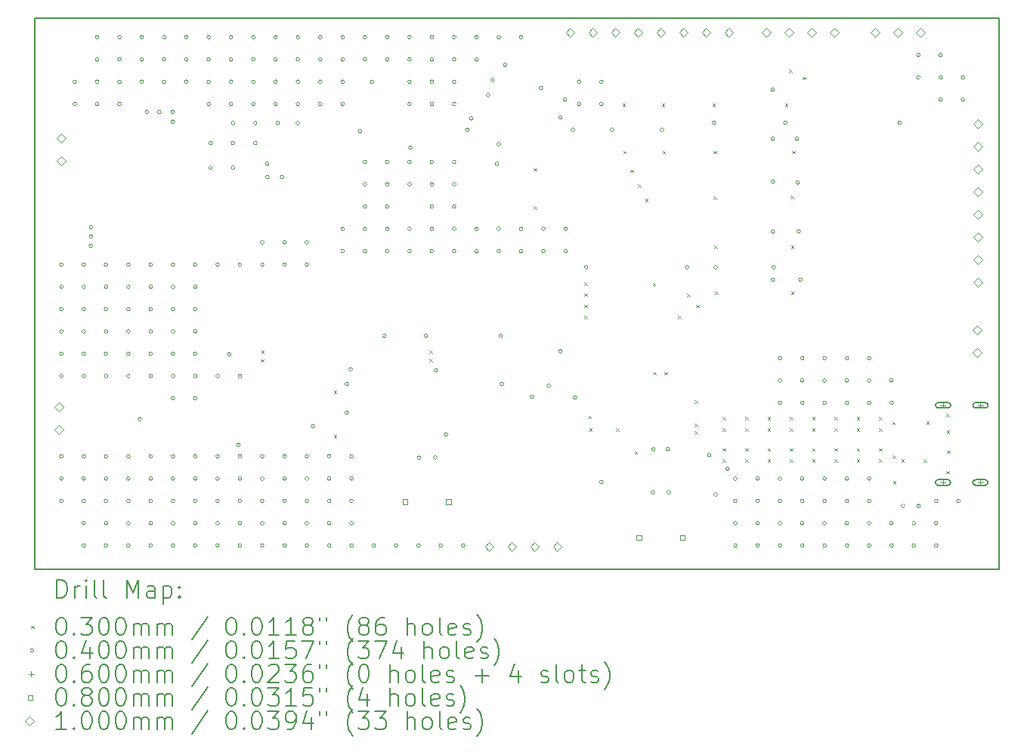
<source format=gbr>
%TF.GenerationSoftware,KiCad,Pcbnew,7.0.7*%
%TF.CreationDate,2023-12-18T21:45:11-05:00*%
%TF.ProjectId,central_hub,63656e74-7261-46c5-9f68-75622e6b6963,rev?*%
%TF.SameCoordinates,Original*%
%TF.FileFunction,Drillmap*%
%TF.FilePolarity,Positive*%
%FSLAX45Y45*%
G04 Gerber Fmt 4.5, Leading zero omitted, Abs format (unit mm)*
G04 Created by KiCad (PCBNEW 7.0.7) date 2023-12-18 21:45:11*
%MOMM*%
%LPD*%
G01*
G04 APERTURE LIST*
%ADD10C,0.200000*%
%ADD11C,0.030000*%
%ADD12C,0.040000*%
%ADD13C,0.060000*%
%ADD14C,0.080000*%
%ADD15C,0.100000*%
G04 APERTURE END LIST*
D10*
X5850317Y-4040721D02*
X16654317Y-4040721D01*
X16654317Y-10214721D01*
X5850317Y-10214721D01*
X5850317Y-4040721D01*
D11*
X8385000Y-7860000D02*
X8415000Y-7890000D01*
X8415000Y-7860000D02*
X8385000Y-7890000D01*
X8390000Y-7765000D02*
X8420000Y-7795000D01*
X8420000Y-7765000D02*
X8390000Y-7795000D01*
X9202500Y-8212500D02*
X9232500Y-8242500D01*
X9232500Y-8212500D02*
X9202500Y-8242500D01*
X9202500Y-8712500D02*
X9232500Y-8742500D01*
X9232500Y-8712500D02*
X9202500Y-8742500D01*
X10273000Y-7855000D02*
X10303000Y-7885000D01*
X10303000Y-7855000D02*
X10273000Y-7885000D01*
X10274000Y-7765000D02*
X10304000Y-7795000D01*
X10304000Y-7765000D02*
X10274000Y-7795000D01*
X11440317Y-5718221D02*
X11470317Y-5748221D01*
X11470317Y-5718221D02*
X11440317Y-5748221D01*
X11440317Y-6148221D02*
X11470317Y-6178221D01*
X11470317Y-6148221D02*
X11440317Y-6178221D01*
X12010317Y-7000721D02*
X12040317Y-7030721D01*
X12040317Y-7000721D02*
X12010317Y-7030721D01*
X12010317Y-7125721D02*
X12040317Y-7155721D01*
X12040317Y-7125721D02*
X12010317Y-7155721D01*
X12010317Y-7250721D02*
X12040317Y-7280721D01*
X12040317Y-7250721D02*
X12010317Y-7280721D01*
X12010317Y-7375721D02*
X12040317Y-7405721D01*
X12040317Y-7375721D02*
X12010317Y-7405721D01*
X12055317Y-8495721D02*
X12085317Y-8525721D01*
X12085317Y-8495721D02*
X12055317Y-8525721D01*
X12062817Y-8635721D02*
X12092817Y-8665721D01*
X12092817Y-8635721D02*
X12062817Y-8665721D01*
X12362817Y-8635721D02*
X12392817Y-8665721D01*
X12392817Y-8635721D02*
X12362817Y-8665721D01*
X12435317Y-4995721D02*
X12465317Y-5025721D01*
X12465317Y-4995721D02*
X12435317Y-5025721D01*
X12445317Y-5525721D02*
X12475317Y-5555721D01*
X12475317Y-5525721D02*
X12445317Y-5555721D01*
X12525000Y-5735000D02*
X12555000Y-5765000D01*
X12555000Y-5735000D02*
X12525000Y-5765000D01*
X12572760Y-8895721D02*
X12602760Y-8925721D01*
X12602760Y-8895721D02*
X12572760Y-8925721D01*
X12610000Y-5900000D02*
X12640000Y-5930000D01*
X12640000Y-5900000D02*
X12610000Y-5930000D01*
X12690000Y-6060721D02*
X12720000Y-6090721D01*
X12720000Y-6060721D02*
X12690000Y-6090721D01*
X12775000Y-7005000D02*
X12805000Y-7035000D01*
X12805000Y-7005000D02*
X12775000Y-7035000D01*
X12785317Y-8005000D02*
X12815317Y-8035000D01*
X12815317Y-8005000D02*
X12785317Y-8035000D01*
X12875317Y-4995721D02*
X12905317Y-5025721D01*
X12905317Y-4995721D02*
X12875317Y-5025721D01*
X12885317Y-5525721D02*
X12915317Y-5555721D01*
X12915317Y-5525721D02*
X12885317Y-5555721D01*
X12905317Y-8005721D02*
X12935317Y-8035721D01*
X12935317Y-8005721D02*
X12905317Y-8035721D01*
X13058328Y-7375721D02*
X13088328Y-7405721D01*
X13088328Y-7375721D02*
X13058328Y-7405721D01*
X13159400Y-7128214D02*
X13189400Y-7158214D01*
X13189400Y-7128214D02*
X13159400Y-7158214D01*
X13242817Y-8670721D02*
X13272817Y-8700721D01*
X13272817Y-8670721D02*
X13242817Y-8700721D01*
X13245000Y-8325000D02*
X13275000Y-8355000D01*
X13275000Y-8325000D02*
X13245000Y-8355000D01*
X13245317Y-8585721D02*
X13275317Y-8615721D01*
X13275317Y-8585721D02*
X13245317Y-8615721D01*
X13260317Y-7250721D02*
X13290317Y-7280721D01*
X13290317Y-7250721D02*
X13260317Y-7280721D01*
X13445000Y-4995000D02*
X13475000Y-5025000D01*
X13475000Y-4995000D02*
X13445000Y-5025000D01*
X13455000Y-5525000D02*
X13485000Y-5555000D01*
X13485000Y-5525000D02*
X13455000Y-5555000D01*
X13455000Y-6035000D02*
X13485000Y-6065000D01*
X13485000Y-6035000D02*
X13455000Y-6065000D01*
X13465000Y-6585000D02*
X13495000Y-6615000D01*
X13495000Y-6585000D02*
X13465000Y-6615000D01*
X13475000Y-7105000D02*
X13505000Y-7135000D01*
X13505000Y-7105000D02*
X13475000Y-7135000D01*
X13560000Y-8510000D02*
X13590000Y-8540000D01*
X13590000Y-8510000D02*
X13560000Y-8540000D01*
X13560000Y-8635000D02*
X13590000Y-8665000D01*
X13590000Y-8635000D02*
X13560000Y-8665000D01*
X13560000Y-8860000D02*
X13590000Y-8890000D01*
X13590000Y-8860000D02*
X13560000Y-8890000D01*
X13560000Y-8985000D02*
X13590000Y-9015000D01*
X13590000Y-8985000D02*
X13560000Y-9015000D01*
X13810000Y-8510000D02*
X13840000Y-8540000D01*
X13840000Y-8510000D02*
X13810000Y-8540000D01*
X13810000Y-8635000D02*
X13840000Y-8665000D01*
X13840000Y-8635000D02*
X13810000Y-8665000D01*
X13810000Y-8860000D02*
X13840000Y-8890000D01*
X13840000Y-8860000D02*
X13810000Y-8890000D01*
X13810000Y-8985000D02*
X13840000Y-9015000D01*
X13840000Y-8985000D02*
X13810000Y-9015000D01*
X14060000Y-8510000D02*
X14090000Y-8540000D01*
X14090000Y-8510000D02*
X14060000Y-8540000D01*
X14060000Y-8635000D02*
X14090000Y-8665000D01*
X14090000Y-8635000D02*
X14060000Y-8665000D01*
X14060000Y-8860000D02*
X14090000Y-8890000D01*
X14090000Y-8860000D02*
X14060000Y-8890000D01*
X14060000Y-8985000D02*
X14090000Y-9015000D01*
X14090000Y-8985000D02*
X14060000Y-9015000D01*
X14255000Y-4995000D02*
X14285000Y-5025000D01*
X14285000Y-4995000D02*
X14255000Y-5025000D01*
X14305000Y-4615000D02*
X14335000Y-4645000D01*
X14335000Y-4615000D02*
X14305000Y-4645000D01*
X14310000Y-8510000D02*
X14340000Y-8540000D01*
X14340000Y-8510000D02*
X14310000Y-8540000D01*
X14310000Y-8635000D02*
X14340000Y-8665000D01*
X14340000Y-8635000D02*
X14310000Y-8665000D01*
X14310000Y-8860000D02*
X14340000Y-8890000D01*
X14340000Y-8860000D02*
X14310000Y-8890000D01*
X14310000Y-8985000D02*
X14340000Y-9015000D01*
X14340000Y-8985000D02*
X14310000Y-9015000D01*
X14320000Y-6030000D02*
X14350000Y-6060000D01*
X14350000Y-6030000D02*
X14320000Y-6060000D01*
X14325000Y-6585000D02*
X14355000Y-6615000D01*
X14355000Y-6585000D02*
X14325000Y-6615000D01*
X14325000Y-7105000D02*
X14355000Y-7135000D01*
X14355000Y-7105000D02*
X14325000Y-7135000D01*
X14335000Y-5525000D02*
X14365000Y-5555000D01*
X14365000Y-5525000D02*
X14335000Y-5555000D01*
X14455000Y-4695000D02*
X14485000Y-4725000D01*
X14485000Y-4695000D02*
X14455000Y-4725000D01*
X14560000Y-8510000D02*
X14590000Y-8540000D01*
X14590000Y-8510000D02*
X14560000Y-8540000D01*
X14560000Y-8635000D02*
X14590000Y-8665000D01*
X14590000Y-8635000D02*
X14560000Y-8665000D01*
X14560000Y-8860000D02*
X14590000Y-8890000D01*
X14590000Y-8860000D02*
X14560000Y-8890000D01*
X14560000Y-8985000D02*
X14590000Y-9015000D01*
X14590000Y-8985000D02*
X14560000Y-9015000D01*
X14810000Y-8510000D02*
X14840000Y-8540000D01*
X14840000Y-8510000D02*
X14810000Y-8540000D01*
X14810000Y-8635000D02*
X14840000Y-8665000D01*
X14840000Y-8635000D02*
X14810000Y-8665000D01*
X14810000Y-8860000D02*
X14840000Y-8890000D01*
X14840000Y-8860000D02*
X14810000Y-8890000D01*
X14810000Y-8985000D02*
X14840000Y-9015000D01*
X14840000Y-8985000D02*
X14810000Y-9015000D01*
X15060000Y-8510000D02*
X15090000Y-8540000D01*
X15090000Y-8510000D02*
X15060000Y-8540000D01*
X15060000Y-8635000D02*
X15090000Y-8665000D01*
X15090000Y-8635000D02*
X15060000Y-8665000D01*
X15060000Y-8860000D02*
X15090000Y-8890000D01*
X15090000Y-8860000D02*
X15060000Y-8890000D01*
X15060000Y-8985000D02*
X15090000Y-9015000D01*
X15090000Y-8985000D02*
X15060000Y-9015000D01*
X15310000Y-8510000D02*
X15340000Y-8540000D01*
X15340000Y-8510000D02*
X15310000Y-8540000D01*
X15310000Y-8635000D02*
X15340000Y-8665000D01*
X15340000Y-8635000D02*
X15310000Y-8665000D01*
X15310000Y-8860000D02*
X15340000Y-8890000D01*
X15340000Y-8860000D02*
X15310000Y-8890000D01*
X15310000Y-8985000D02*
X15340000Y-9015000D01*
X15340000Y-8985000D02*
X15310000Y-9015000D01*
X15460000Y-8564000D02*
X15490000Y-8594000D01*
X15490000Y-8564000D02*
X15460000Y-8594000D01*
X15463000Y-8939000D02*
X15493000Y-8969000D01*
X15493000Y-8939000D02*
X15463000Y-8969000D01*
X15466000Y-9229000D02*
X15496000Y-9259000D01*
X15496000Y-9229000D02*
X15466000Y-9259000D01*
X15560000Y-8985000D02*
X15590000Y-9015000D01*
X15590000Y-8985000D02*
X15560000Y-9015000D01*
X15810000Y-8985000D02*
X15840000Y-9015000D01*
X15840000Y-8985000D02*
X15810000Y-9015000D01*
X15841000Y-8560000D02*
X15871000Y-8590000D01*
X15871000Y-8560000D02*
X15841000Y-8590000D01*
X16065000Y-8477000D02*
X16095000Y-8507000D01*
X16095000Y-8477000D02*
X16065000Y-8507000D01*
X16066000Y-9114000D02*
X16096000Y-9144000D01*
X16096000Y-9114000D02*
X16066000Y-9144000D01*
X16070000Y-8660000D02*
X16100000Y-8690000D01*
X16100000Y-8660000D02*
X16070000Y-8690000D01*
X16071000Y-8885000D02*
X16101000Y-8915000D01*
X16101000Y-8885000D02*
X16071000Y-8915000D01*
D12*
X6170000Y-6800000D02*
G75*
G03*
X6170000Y-6800000I-20000J0D01*
G01*
X6170000Y-7050000D02*
G75*
G03*
X6170000Y-7050000I-20000J0D01*
G01*
X6170000Y-7300000D02*
G75*
G03*
X6170000Y-7300000I-20000J0D01*
G01*
X6170000Y-7550000D02*
G75*
G03*
X6170000Y-7550000I-20000J0D01*
G01*
X6170000Y-7800000D02*
G75*
G03*
X6170000Y-7800000I-20000J0D01*
G01*
X6170000Y-8050000D02*
G75*
G03*
X6170000Y-8050000I-20000J0D01*
G01*
X6170000Y-8950000D02*
G75*
G03*
X6170000Y-8950000I-20000J0D01*
G01*
X6170000Y-9200000D02*
G75*
G03*
X6170000Y-9200000I-20000J0D01*
G01*
X6170000Y-9450000D02*
G75*
G03*
X6170000Y-9450000I-20000J0D01*
G01*
X6320000Y-4750000D02*
G75*
G03*
X6320000Y-4750000I-20000J0D01*
G01*
X6320000Y-5000000D02*
G75*
G03*
X6320000Y-5000000I-20000J0D01*
G01*
X6420000Y-6800000D02*
G75*
G03*
X6420000Y-6800000I-20000J0D01*
G01*
X6420000Y-7050000D02*
G75*
G03*
X6420000Y-7050000I-20000J0D01*
G01*
X6420000Y-7300000D02*
G75*
G03*
X6420000Y-7300000I-20000J0D01*
G01*
X6420000Y-7550000D02*
G75*
G03*
X6420000Y-7550000I-20000J0D01*
G01*
X6420000Y-7800000D02*
G75*
G03*
X6420000Y-7800000I-20000J0D01*
G01*
X6420000Y-8050000D02*
G75*
G03*
X6420000Y-8050000I-20000J0D01*
G01*
X6420000Y-8950000D02*
G75*
G03*
X6420000Y-8950000I-20000J0D01*
G01*
X6420000Y-9200000D02*
G75*
G03*
X6420000Y-9200000I-20000J0D01*
G01*
X6420000Y-9450000D02*
G75*
G03*
X6420000Y-9450000I-20000J0D01*
G01*
X6420000Y-9700000D02*
G75*
G03*
X6420000Y-9700000I-20000J0D01*
G01*
X6420000Y-9950000D02*
G75*
G03*
X6420000Y-9950000I-20000J0D01*
G01*
X6500317Y-6380721D02*
G75*
G03*
X6500317Y-6380721I-20000J0D01*
G01*
X6500317Y-6590721D02*
G75*
G03*
X6500317Y-6590721I-20000J0D01*
G01*
X6502000Y-6485581D02*
G75*
G03*
X6502000Y-6485581I-20000J0D01*
G01*
X6570000Y-4250000D02*
G75*
G03*
X6570000Y-4250000I-20000J0D01*
G01*
X6570000Y-4500000D02*
G75*
G03*
X6570000Y-4500000I-20000J0D01*
G01*
X6570000Y-4750000D02*
G75*
G03*
X6570000Y-4750000I-20000J0D01*
G01*
X6570000Y-5000000D02*
G75*
G03*
X6570000Y-5000000I-20000J0D01*
G01*
X6670000Y-6800000D02*
G75*
G03*
X6670000Y-6800000I-20000J0D01*
G01*
X6670000Y-7050000D02*
G75*
G03*
X6670000Y-7050000I-20000J0D01*
G01*
X6670000Y-7300000D02*
G75*
G03*
X6670000Y-7300000I-20000J0D01*
G01*
X6670000Y-7550000D02*
G75*
G03*
X6670000Y-7550000I-20000J0D01*
G01*
X6670000Y-7800000D02*
G75*
G03*
X6670000Y-7800000I-20000J0D01*
G01*
X6670000Y-8050000D02*
G75*
G03*
X6670000Y-8050000I-20000J0D01*
G01*
X6670000Y-8950000D02*
G75*
G03*
X6670000Y-8950000I-20000J0D01*
G01*
X6670000Y-9200000D02*
G75*
G03*
X6670000Y-9200000I-20000J0D01*
G01*
X6670000Y-9450000D02*
G75*
G03*
X6670000Y-9450000I-20000J0D01*
G01*
X6670000Y-9700000D02*
G75*
G03*
X6670000Y-9700000I-20000J0D01*
G01*
X6670000Y-9950000D02*
G75*
G03*
X6670000Y-9950000I-20000J0D01*
G01*
X6820000Y-4250000D02*
G75*
G03*
X6820000Y-4250000I-20000J0D01*
G01*
X6820000Y-4500000D02*
G75*
G03*
X6820000Y-4500000I-20000J0D01*
G01*
X6820000Y-4750000D02*
G75*
G03*
X6820000Y-4750000I-20000J0D01*
G01*
X6820000Y-5000000D02*
G75*
G03*
X6820000Y-5000000I-20000J0D01*
G01*
X6920000Y-6800000D02*
G75*
G03*
X6920000Y-6800000I-20000J0D01*
G01*
X6920000Y-7050000D02*
G75*
G03*
X6920000Y-7050000I-20000J0D01*
G01*
X6920000Y-7300000D02*
G75*
G03*
X6920000Y-7300000I-20000J0D01*
G01*
X6920000Y-7550000D02*
G75*
G03*
X6920000Y-7550000I-20000J0D01*
G01*
X6920000Y-7800000D02*
G75*
G03*
X6920000Y-7800000I-20000J0D01*
G01*
X6920000Y-8050000D02*
G75*
G03*
X6920000Y-8050000I-20000J0D01*
G01*
X6920000Y-8950000D02*
G75*
G03*
X6920000Y-8950000I-20000J0D01*
G01*
X6920000Y-9200000D02*
G75*
G03*
X6920000Y-9200000I-20000J0D01*
G01*
X6920000Y-9450000D02*
G75*
G03*
X6920000Y-9450000I-20000J0D01*
G01*
X6920000Y-9700000D02*
G75*
G03*
X6920000Y-9700000I-20000J0D01*
G01*
X6920000Y-9950000D02*
G75*
G03*
X6920000Y-9950000I-20000J0D01*
G01*
X7050000Y-8534000D02*
G75*
G03*
X7050000Y-8534000I-20000J0D01*
G01*
X7070000Y-4250000D02*
G75*
G03*
X7070000Y-4250000I-20000J0D01*
G01*
X7070000Y-4500000D02*
G75*
G03*
X7070000Y-4500000I-20000J0D01*
G01*
X7070000Y-4750000D02*
G75*
G03*
X7070000Y-4750000I-20000J0D01*
G01*
X7127000Y-5088721D02*
G75*
G03*
X7127000Y-5088721I-20000J0D01*
G01*
X7170000Y-6800000D02*
G75*
G03*
X7170000Y-6800000I-20000J0D01*
G01*
X7170000Y-7050000D02*
G75*
G03*
X7170000Y-7050000I-20000J0D01*
G01*
X7170000Y-7300000D02*
G75*
G03*
X7170000Y-7300000I-20000J0D01*
G01*
X7170000Y-7550000D02*
G75*
G03*
X7170000Y-7550000I-20000J0D01*
G01*
X7170000Y-7800000D02*
G75*
G03*
X7170000Y-7800000I-20000J0D01*
G01*
X7170000Y-8050000D02*
G75*
G03*
X7170000Y-8050000I-20000J0D01*
G01*
X7170000Y-8950000D02*
G75*
G03*
X7170000Y-8950000I-20000J0D01*
G01*
X7170000Y-9200000D02*
G75*
G03*
X7170000Y-9200000I-20000J0D01*
G01*
X7170000Y-9450000D02*
G75*
G03*
X7170000Y-9450000I-20000J0D01*
G01*
X7170000Y-9700000D02*
G75*
G03*
X7170000Y-9700000I-20000J0D01*
G01*
X7170000Y-9950000D02*
G75*
G03*
X7170000Y-9950000I-20000J0D01*
G01*
X7267000Y-5088721D02*
G75*
G03*
X7267000Y-5088721I-20000J0D01*
G01*
X7320000Y-4250000D02*
G75*
G03*
X7320000Y-4250000I-20000J0D01*
G01*
X7320000Y-4500000D02*
G75*
G03*
X7320000Y-4500000I-20000J0D01*
G01*
X7320000Y-4750000D02*
G75*
G03*
X7320000Y-4750000I-20000J0D01*
G01*
X7417000Y-5088721D02*
G75*
G03*
X7417000Y-5088721I-20000J0D01*
G01*
X7417000Y-5198721D02*
G75*
G03*
X7417000Y-5198721I-20000J0D01*
G01*
X7420000Y-6800000D02*
G75*
G03*
X7420000Y-6800000I-20000J0D01*
G01*
X7420000Y-7050000D02*
G75*
G03*
X7420000Y-7050000I-20000J0D01*
G01*
X7420000Y-7300000D02*
G75*
G03*
X7420000Y-7300000I-20000J0D01*
G01*
X7420000Y-7550000D02*
G75*
G03*
X7420000Y-7550000I-20000J0D01*
G01*
X7420000Y-7800000D02*
G75*
G03*
X7420000Y-7800000I-20000J0D01*
G01*
X7420000Y-8050000D02*
G75*
G03*
X7420000Y-8050000I-20000J0D01*
G01*
X7420000Y-8300000D02*
G75*
G03*
X7420000Y-8300000I-20000J0D01*
G01*
X7420000Y-8950000D02*
G75*
G03*
X7420000Y-8950000I-20000J0D01*
G01*
X7420000Y-9200000D02*
G75*
G03*
X7420000Y-9200000I-20000J0D01*
G01*
X7420000Y-9450000D02*
G75*
G03*
X7420000Y-9450000I-20000J0D01*
G01*
X7420000Y-9700000D02*
G75*
G03*
X7420000Y-9700000I-20000J0D01*
G01*
X7420000Y-9950000D02*
G75*
G03*
X7420000Y-9950000I-20000J0D01*
G01*
X7570000Y-4250000D02*
G75*
G03*
X7570000Y-4250000I-20000J0D01*
G01*
X7570000Y-4500000D02*
G75*
G03*
X7570000Y-4500000I-20000J0D01*
G01*
X7570000Y-4750000D02*
G75*
G03*
X7570000Y-4750000I-20000J0D01*
G01*
X7670000Y-6800000D02*
G75*
G03*
X7670000Y-6800000I-20000J0D01*
G01*
X7670000Y-7050000D02*
G75*
G03*
X7670000Y-7050000I-20000J0D01*
G01*
X7670000Y-7300000D02*
G75*
G03*
X7670000Y-7300000I-20000J0D01*
G01*
X7670000Y-7550000D02*
G75*
G03*
X7670000Y-7550000I-20000J0D01*
G01*
X7670000Y-7800000D02*
G75*
G03*
X7670000Y-7800000I-20000J0D01*
G01*
X7670000Y-8050000D02*
G75*
G03*
X7670000Y-8050000I-20000J0D01*
G01*
X7670000Y-8300000D02*
G75*
G03*
X7670000Y-8300000I-20000J0D01*
G01*
X7670000Y-8950000D02*
G75*
G03*
X7670000Y-8950000I-20000J0D01*
G01*
X7670000Y-9200000D02*
G75*
G03*
X7670000Y-9200000I-20000J0D01*
G01*
X7670000Y-9450000D02*
G75*
G03*
X7670000Y-9450000I-20000J0D01*
G01*
X7670000Y-9700000D02*
G75*
G03*
X7670000Y-9700000I-20000J0D01*
G01*
X7670000Y-9950000D02*
G75*
G03*
X7670000Y-9950000I-20000J0D01*
G01*
X7820000Y-4250000D02*
G75*
G03*
X7820000Y-4250000I-20000J0D01*
G01*
X7820000Y-4500000D02*
G75*
G03*
X7820000Y-4500000I-20000J0D01*
G01*
X7820000Y-4750000D02*
G75*
G03*
X7820000Y-4750000I-20000J0D01*
G01*
X7820000Y-5000000D02*
G75*
G03*
X7820000Y-5000000I-20000J0D01*
G01*
X7842000Y-5438721D02*
G75*
G03*
X7842000Y-5438721I-20000J0D01*
G01*
X7842000Y-5713721D02*
G75*
G03*
X7842000Y-5713721I-20000J0D01*
G01*
X7920000Y-6800000D02*
G75*
G03*
X7920000Y-6800000I-20000J0D01*
G01*
X7920000Y-8050000D02*
G75*
G03*
X7920000Y-8050000I-20000J0D01*
G01*
X7920000Y-8950000D02*
G75*
G03*
X7920000Y-8950000I-20000J0D01*
G01*
X7920000Y-9200000D02*
G75*
G03*
X7920000Y-9200000I-20000J0D01*
G01*
X7920000Y-9450000D02*
G75*
G03*
X7920000Y-9450000I-20000J0D01*
G01*
X7920000Y-9700000D02*
G75*
G03*
X7920000Y-9700000I-20000J0D01*
G01*
X7920000Y-9950000D02*
G75*
G03*
X7920000Y-9950000I-20000J0D01*
G01*
X8050000Y-7806250D02*
G75*
G03*
X8050000Y-7806250I-20000J0D01*
G01*
X8070000Y-4250000D02*
G75*
G03*
X8070000Y-4250000I-20000J0D01*
G01*
X8070000Y-4500000D02*
G75*
G03*
X8070000Y-4500000I-20000J0D01*
G01*
X8070000Y-4750000D02*
G75*
G03*
X8070000Y-4750000I-20000J0D01*
G01*
X8070000Y-5000000D02*
G75*
G03*
X8070000Y-5000000I-20000J0D01*
G01*
X8092000Y-5213721D02*
G75*
G03*
X8092000Y-5213721I-20000J0D01*
G01*
X8092000Y-5438721D02*
G75*
G03*
X8092000Y-5438721I-20000J0D01*
G01*
X8092000Y-5713721D02*
G75*
G03*
X8092000Y-5713721I-20000J0D01*
G01*
X8152500Y-8822500D02*
G75*
G03*
X8152500Y-8822500I-20000J0D01*
G01*
X8170000Y-6800000D02*
G75*
G03*
X8170000Y-6800000I-20000J0D01*
G01*
X8170000Y-8050000D02*
G75*
G03*
X8170000Y-8050000I-20000J0D01*
G01*
X8170000Y-8950000D02*
G75*
G03*
X8170000Y-8950000I-20000J0D01*
G01*
X8170000Y-9200000D02*
G75*
G03*
X8170000Y-9200000I-20000J0D01*
G01*
X8170000Y-9450000D02*
G75*
G03*
X8170000Y-9450000I-20000J0D01*
G01*
X8170000Y-9700000D02*
G75*
G03*
X8170000Y-9700000I-20000J0D01*
G01*
X8170000Y-9950000D02*
G75*
G03*
X8170000Y-9950000I-20000J0D01*
G01*
X8320000Y-4250000D02*
G75*
G03*
X8320000Y-4250000I-20000J0D01*
G01*
X8320000Y-4500000D02*
G75*
G03*
X8320000Y-4500000I-20000J0D01*
G01*
X8320000Y-4750000D02*
G75*
G03*
X8320000Y-4750000I-20000J0D01*
G01*
X8320000Y-5000000D02*
G75*
G03*
X8320000Y-5000000I-20000J0D01*
G01*
X8342000Y-5213721D02*
G75*
G03*
X8342000Y-5213721I-20000J0D01*
G01*
X8342000Y-5438721D02*
G75*
G03*
X8342000Y-5438721I-20000J0D01*
G01*
X8420000Y-6550000D02*
G75*
G03*
X8420000Y-6550000I-20000J0D01*
G01*
X8420000Y-6800000D02*
G75*
G03*
X8420000Y-6800000I-20000J0D01*
G01*
X8420000Y-8950000D02*
G75*
G03*
X8420000Y-8950000I-20000J0D01*
G01*
X8420000Y-9200000D02*
G75*
G03*
X8420000Y-9200000I-20000J0D01*
G01*
X8420000Y-9450000D02*
G75*
G03*
X8420000Y-9450000I-20000J0D01*
G01*
X8420000Y-9700000D02*
G75*
G03*
X8420000Y-9700000I-20000J0D01*
G01*
X8420000Y-9950000D02*
G75*
G03*
X8420000Y-9950000I-20000J0D01*
G01*
X8476455Y-5818769D02*
G75*
G03*
X8476455Y-5818769I-20000J0D01*
G01*
X8477000Y-5668721D02*
G75*
G03*
X8477000Y-5668721I-20000J0D01*
G01*
X8570000Y-4250000D02*
G75*
G03*
X8570000Y-4250000I-20000J0D01*
G01*
X8570000Y-4500000D02*
G75*
G03*
X8570000Y-4500000I-20000J0D01*
G01*
X8570000Y-4750000D02*
G75*
G03*
X8570000Y-4750000I-20000J0D01*
G01*
X8570000Y-5000000D02*
G75*
G03*
X8570000Y-5000000I-20000J0D01*
G01*
X8592000Y-5213721D02*
G75*
G03*
X8592000Y-5213721I-20000J0D01*
G01*
X8642000Y-5818721D02*
G75*
G03*
X8642000Y-5818721I-20000J0D01*
G01*
X8670000Y-6550000D02*
G75*
G03*
X8670000Y-6550000I-20000J0D01*
G01*
X8670000Y-6800000D02*
G75*
G03*
X8670000Y-6800000I-20000J0D01*
G01*
X8670000Y-8950000D02*
G75*
G03*
X8670000Y-8950000I-20000J0D01*
G01*
X8670000Y-9200000D02*
G75*
G03*
X8670000Y-9200000I-20000J0D01*
G01*
X8670000Y-9450000D02*
G75*
G03*
X8670000Y-9450000I-20000J0D01*
G01*
X8670000Y-9700000D02*
G75*
G03*
X8670000Y-9700000I-20000J0D01*
G01*
X8670000Y-9950000D02*
G75*
G03*
X8670000Y-9950000I-20000J0D01*
G01*
X8817000Y-5213721D02*
G75*
G03*
X8817000Y-5213721I-20000J0D01*
G01*
X8820000Y-4250000D02*
G75*
G03*
X8820000Y-4250000I-20000J0D01*
G01*
X8820000Y-4500000D02*
G75*
G03*
X8820000Y-4500000I-20000J0D01*
G01*
X8820000Y-4750000D02*
G75*
G03*
X8820000Y-4750000I-20000J0D01*
G01*
X8820000Y-5000000D02*
G75*
G03*
X8820000Y-5000000I-20000J0D01*
G01*
X8920000Y-6550000D02*
G75*
G03*
X8920000Y-6550000I-20000J0D01*
G01*
X8920000Y-6800000D02*
G75*
G03*
X8920000Y-6800000I-20000J0D01*
G01*
X8920000Y-8950000D02*
G75*
G03*
X8920000Y-8950000I-20000J0D01*
G01*
X8920000Y-9200000D02*
G75*
G03*
X8920000Y-9200000I-20000J0D01*
G01*
X8920000Y-9450000D02*
G75*
G03*
X8920000Y-9450000I-20000J0D01*
G01*
X8920000Y-9700000D02*
G75*
G03*
X8920000Y-9700000I-20000J0D01*
G01*
X8920000Y-9950000D02*
G75*
G03*
X8920000Y-9950000I-20000J0D01*
G01*
X8987500Y-8615000D02*
G75*
G03*
X8987500Y-8615000I-20000J0D01*
G01*
X9070000Y-4250000D02*
G75*
G03*
X9070000Y-4250000I-20000J0D01*
G01*
X9070000Y-4500000D02*
G75*
G03*
X9070000Y-4500000I-20000J0D01*
G01*
X9070000Y-4750000D02*
G75*
G03*
X9070000Y-4750000I-20000J0D01*
G01*
X9070000Y-5000000D02*
G75*
G03*
X9070000Y-5000000I-20000J0D01*
G01*
X9170000Y-8950000D02*
G75*
G03*
X9170000Y-8950000I-20000J0D01*
G01*
X9170000Y-9200000D02*
G75*
G03*
X9170000Y-9200000I-20000J0D01*
G01*
X9170000Y-9450000D02*
G75*
G03*
X9170000Y-9450000I-20000J0D01*
G01*
X9170000Y-9700000D02*
G75*
G03*
X9170000Y-9700000I-20000J0D01*
G01*
X9170000Y-9950000D02*
G75*
G03*
X9170000Y-9950000I-20000J0D01*
G01*
X9320000Y-4250000D02*
G75*
G03*
X9320000Y-4250000I-20000J0D01*
G01*
X9320000Y-4500000D02*
G75*
G03*
X9320000Y-4500000I-20000J0D01*
G01*
X9320000Y-4750000D02*
G75*
G03*
X9320000Y-4750000I-20000J0D01*
G01*
X9320000Y-5000000D02*
G75*
G03*
X9320000Y-5000000I-20000J0D01*
G01*
X9320000Y-6400000D02*
G75*
G03*
X9320000Y-6400000I-20000J0D01*
G01*
X9320000Y-6650000D02*
G75*
G03*
X9320000Y-6650000I-20000J0D01*
G01*
X9365000Y-8137500D02*
G75*
G03*
X9365000Y-8137500I-20000J0D01*
G01*
X9365000Y-8460000D02*
G75*
G03*
X9365000Y-8460000I-20000J0D01*
G01*
X9410000Y-7975000D02*
G75*
G03*
X9410000Y-7975000I-20000J0D01*
G01*
X9420000Y-8950000D02*
G75*
G03*
X9420000Y-8950000I-20000J0D01*
G01*
X9420000Y-9200000D02*
G75*
G03*
X9420000Y-9200000I-20000J0D01*
G01*
X9420000Y-9450000D02*
G75*
G03*
X9420000Y-9450000I-20000J0D01*
G01*
X9420000Y-9700000D02*
G75*
G03*
X9420000Y-9700000I-20000J0D01*
G01*
X9420000Y-9950000D02*
G75*
G03*
X9420000Y-9950000I-20000J0D01*
G01*
X9515317Y-5305721D02*
G75*
G03*
X9515317Y-5305721I-20000J0D01*
G01*
X9570000Y-4250000D02*
G75*
G03*
X9570000Y-4250000I-20000J0D01*
G01*
X9570000Y-4500000D02*
G75*
G03*
X9570000Y-4500000I-20000J0D01*
G01*
X9570000Y-5650000D02*
G75*
G03*
X9570000Y-5650000I-20000J0D01*
G01*
X9570000Y-5900000D02*
G75*
G03*
X9570000Y-5900000I-20000J0D01*
G01*
X9570000Y-6150000D02*
G75*
G03*
X9570000Y-6150000I-20000J0D01*
G01*
X9570000Y-6400000D02*
G75*
G03*
X9570000Y-6400000I-20000J0D01*
G01*
X9570000Y-6650000D02*
G75*
G03*
X9570000Y-6650000I-20000J0D01*
G01*
X9650317Y-4750721D02*
G75*
G03*
X9650317Y-4750721I-20000J0D01*
G01*
X9670000Y-9950000D02*
G75*
G03*
X9670000Y-9950000I-20000J0D01*
G01*
X9785000Y-7600000D02*
G75*
G03*
X9785000Y-7600000I-20000J0D01*
G01*
X9820000Y-4250000D02*
G75*
G03*
X9820000Y-4250000I-20000J0D01*
G01*
X9820000Y-4500000D02*
G75*
G03*
X9820000Y-4500000I-20000J0D01*
G01*
X9820000Y-5650000D02*
G75*
G03*
X9820000Y-5650000I-20000J0D01*
G01*
X9820000Y-5900000D02*
G75*
G03*
X9820000Y-5900000I-20000J0D01*
G01*
X9820000Y-6150000D02*
G75*
G03*
X9820000Y-6150000I-20000J0D01*
G01*
X9820000Y-6400000D02*
G75*
G03*
X9820000Y-6400000I-20000J0D01*
G01*
X9820000Y-6650000D02*
G75*
G03*
X9820000Y-6650000I-20000J0D01*
G01*
X9920000Y-9950000D02*
G75*
G03*
X9920000Y-9950000I-20000J0D01*
G01*
X10070000Y-4250000D02*
G75*
G03*
X10070000Y-4250000I-20000J0D01*
G01*
X10070000Y-4500000D02*
G75*
G03*
X10070000Y-4500000I-20000J0D01*
G01*
X10070000Y-4750000D02*
G75*
G03*
X10070000Y-4750000I-20000J0D01*
G01*
X10070000Y-5000000D02*
G75*
G03*
X10070000Y-5000000I-20000J0D01*
G01*
X10070000Y-5650000D02*
G75*
G03*
X10070000Y-5650000I-20000J0D01*
G01*
X10070000Y-5900000D02*
G75*
G03*
X10070000Y-5900000I-20000J0D01*
G01*
X10070000Y-6400000D02*
G75*
G03*
X10070000Y-6400000I-20000J0D01*
G01*
X10070000Y-6650000D02*
G75*
G03*
X10070000Y-6650000I-20000J0D01*
G01*
X10080317Y-5490721D02*
G75*
G03*
X10080317Y-5490721I-20000J0D01*
G01*
X10170000Y-9950000D02*
G75*
G03*
X10170000Y-9950000I-20000J0D01*
G01*
X10177500Y-8965000D02*
G75*
G03*
X10177500Y-8965000I-20000J0D01*
G01*
X10255000Y-7600000D02*
G75*
G03*
X10255000Y-7600000I-20000J0D01*
G01*
X10320000Y-4250000D02*
G75*
G03*
X10320000Y-4250000I-20000J0D01*
G01*
X10320000Y-4500000D02*
G75*
G03*
X10320000Y-4500000I-20000J0D01*
G01*
X10320000Y-4750000D02*
G75*
G03*
X10320000Y-4750000I-20000J0D01*
G01*
X10320000Y-5000000D02*
G75*
G03*
X10320000Y-5000000I-20000J0D01*
G01*
X10320000Y-5650000D02*
G75*
G03*
X10320000Y-5650000I-20000J0D01*
G01*
X10320000Y-5900000D02*
G75*
G03*
X10320000Y-5900000I-20000J0D01*
G01*
X10320000Y-6150000D02*
G75*
G03*
X10320000Y-6150000I-20000J0D01*
G01*
X10320000Y-6400000D02*
G75*
G03*
X10320000Y-6400000I-20000J0D01*
G01*
X10320000Y-6650000D02*
G75*
G03*
X10320000Y-6650000I-20000J0D01*
G01*
X10357500Y-8965000D02*
G75*
G03*
X10357500Y-8965000I-20000J0D01*
G01*
X10364500Y-7987000D02*
G75*
G03*
X10364500Y-7987000I-20000J0D01*
G01*
X10420000Y-9950000D02*
G75*
G03*
X10420000Y-9950000I-20000J0D01*
G01*
X10480000Y-8705000D02*
G75*
G03*
X10480000Y-8705000I-20000J0D01*
G01*
X10570000Y-4250000D02*
G75*
G03*
X10570000Y-4250000I-20000J0D01*
G01*
X10570000Y-4500000D02*
G75*
G03*
X10570000Y-4500000I-20000J0D01*
G01*
X10570000Y-4750000D02*
G75*
G03*
X10570000Y-4750000I-20000J0D01*
G01*
X10570000Y-5000000D02*
G75*
G03*
X10570000Y-5000000I-20000J0D01*
G01*
X10570000Y-5650000D02*
G75*
G03*
X10570000Y-5650000I-20000J0D01*
G01*
X10570000Y-5900000D02*
G75*
G03*
X10570000Y-5900000I-20000J0D01*
G01*
X10570000Y-6150000D02*
G75*
G03*
X10570000Y-6150000I-20000J0D01*
G01*
X10570000Y-6400000D02*
G75*
G03*
X10570000Y-6400000I-20000J0D01*
G01*
X10570000Y-6650000D02*
G75*
G03*
X10570000Y-6650000I-20000J0D01*
G01*
X10670000Y-9950000D02*
G75*
G03*
X10670000Y-9950000I-20000J0D01*
G01*
X10720317Y-5290721D02*
G75*
G03*
X10720317Y-5290721I-20000J0D01*
G01*
X10760317Y-5160721D02*
G75*
G03*
X10760317Y-5160721I-20000J0D01*
G01*
X10820000Y-4250000D02*
G75*
G03*
X10820000Y-4250000I-20000J0D01*
G01*
X10820000Y-4500000D02*
G75*
G03*
X10820000Y-4500000I-20000J0D01*
G01*
X10820000Y-6400000D02*
G75*
G03*
X10820000Y-6400000I-20000J0D01*
G01*
X10820000Y-6650000D02*
G75*
G03*
X10820000Y-6650000I-20000J0D01*
G01*
X10950317Y-4900721D02*
G75*
G03*
X10950317Y-4900721I-20000J0D01*
G01*
X11000317Y-4730721D02*
G75*
G03*
X11000317Y-4730721I-20000J0D01*
G01*
X11050317Y-5670721D02*
G75*
G03*
X11050317Y-5670721I-20000J0D01*
G01*
X11070000Y-4250000D02*
G75*
G03*
X11070000Y-4250000I-20000J0D01*
G01*
X11070000Y-6400000D02*
G75*
G03*
X11070000Y-6400000I-20000J0D01*
G01*
X11070000Y-6650000D02*
G75*
G03*
X11070000Y-6650000I-20000J0D01*
G01*
X11070317Y-5450721D02*
G75*
G03*
X11070317Y-5450721I-20000J0D01*
G01*
X11090000Y-7600721D02*
G75*
G03*
X11090000Y-7600721I-20000J0D01*
G01*
X11105720Y-8140508D02*
G75*
G03*
X11105720Y-8140508I-20000J0D01*
G01*
X11140317Y-4560721D02*
G75*
G03*
X11140317Y-4560721I-20000J0D01*
G01*
X11320000Y-4250000D02*
G75*
G03*
X11320000Y-4250000I-20000J0D01*
G01*
X11320000Y-6400000D02*
G75*
G03*
X11320000Y-6400000I-20000J0D01*
G01*
X11320000Y-6650000D02*
G75*
G03*
X11320000Y-6650000I-20000J0D01*
G01*
X11442817Y-8280721D02*
G75*
G03*
X11442817Y-8280721I-20000J0D01*
G01*
X11540317Y-4820721D02*
G75*
G03*
X11540317Y-4820721I-20000J0D01*
G01*
X11570000Y-6400000D02*
G75*
G03*
X11570000Y-6400000I-20000J0D01*
G01*
X11570000Y-6650000D02*
G75*
G03*
X11570000Y-6650000I-20000J0D01*
G01*
X11630317Y-8160721D02*
G75*
G03*
X11630317Y-8160721I-20000J0D01*
G01*
X11760317Y-5150721D02*
G75*
G03*
X11760317Y-5150721I-20000J0D01*
G01*
X11760317Y-7770721D02*
G75*
G03*
X11760317Y-7770721I-20000J0D01*
G01*
X11810317Y-4950721D02*
G75*
G03*
X11810317Y-4950721I-20000J0D01*
G01*
X11820000Y-6400000D02*
G75*
G03*
X11820000Y-6400000I-20000J0D01*
G01*
X11820000Y-6650000D02*
G75*
G03*
X11820000Y-6650000I-20000J0D01*
G01*
X11900000Y-5290000D02*
G75*
G03*
X11900000Y-5290000I-20000J0D01*
G01*
X11922817Y-8290721D02*
G75*
G03*
X11922817Y-8290721I-20000J0D01*
G01*
X11970000Y-4750000D02*
G75*
G03*
X11970000Y-4750000I-20000J0D01*
G01*
X11970000Y-5000000D02*
G75*
G03*
X11970000Y-5000000I-20000J0D01*
G01*
X12050000Y-6830000D02*
G75*
G03*
X12050000Y-6830000I-20000J0D01*
G01*
X12220000Y-4750000D02*
G75*
G03*
X12220000Y-4750000I-20000J0D01*
G01*
X12220000Y-5000000D02*
G75*
G03*
X12220000Y-5000000I-20000J0D01*
G01*
X12220317Y-9240721D02*
G75*
G03*
X12220317Y-9240721I-20000J0D01*
G01*
X12340000Y-5290000D02*
G75*
G03*
X12340000Y-5290000I-20000J0D01*
G01*
X12795317Y-9353221D02*
G75*
G03*
X12795317Y-9353221I-20000J0D01*
G01*
X12802817Y-8870721D02*
G75*
G03*
X12802817Y-8870721I-20000J0D01*
G01*
X12900000Y-5290000D02*
G75*
G03*
X12900000Y-5290000I-20000J0D01*
G01*
X12962817Y-8870721D02*
G75*
G03*
X12962817Y-8870721I-20000J0D01*
G01*
X12975317Y-9353221D02*
G75*
G03*
X12975317Y-9353221I-20000J0D01*
G01*
X13180000Y-6830000D02*
G75*
G03*
X13180000Y-6830000I-20000J0D01*
G01*
X13427817Y-8935721D02*
G75*
G03*
X13427817Y-8935721I-20000J0D01*
G01*
X13480000Y-5210000D02*
G75*
G03*
X13480000Y-5210000I-20000J0D01*
G01*
X13500000Y-6830000D02*
G75*
G03*
X13500000Y-6830000I-20000J0D01*
G01*
X13500000Y-9380000D02*
G75*
G03*
X13500000Y-9380000I-20000J0D01*
G01*
X13632817Y-9090721D02*
G75*
G03*
X13632817Y-9090721I-20000J0D01*
G01*
X13720000Y-9200000D02*
G75*
G03*
X13720000Y-9200000I-20000J0D01*
G01*
X13720000Y-9450000D02*
G75*
G03*
X13720000Y-9450000I-20000J0D01*
G01*
X13720000Y-9700000D02*
G75*
G03*
X13720000Y-9700000I-20000J0D01*
G01*
X13720000Y-9950000D02*
G75*
G03*
X13720000Y-9950000I-20000J0D01*
G01*
X13970000Y-9200000D02*
G75*
G03*
X13970000Y-9200000I-20000J0D01*
G01*
X13970000Y-9450000D02*
G75*
G03*
X13970000Y-9450000I-20000J0D01*
G01*
X13970000Y-9700000D02*
G75*
G03*
X13970000Y-9700000I-20000J0D01*
G01*
X13970000Y-9950000D02*
G75*
G03*
X13970000Y-9950000I-20000J0D01*
G01*
X14140000Y-4840000D02*
G75*
G03*
X14140000Y-4840000I-20000J0D01*
G01*
X14140000Y-5390000D02*
G75*
G03*
X14140000Y-5390000I-20000J0D01*
G01*
X14140000Y-5870000D02*
G75*
G03*
X14140000Y-5870000I-20000J0D01*
G01*
X14140000Y-6430000D02*
G75*
G03*
X14140000Y-6430000I-20000J0D01*
G01*
X14140000Y-6970000D02*
G75*
G03*
X14140000Y-6970000I-20000J0D01*
G01*
X14150000Y-6830000D02*
G75*
G03*
X14150000Y-6830000I-20000J0D01*
G01*
X14220000Y-7850000D02*
G75*
G03*
X14220000Y-7850000I-20000J0D01*
G01*
X14220000Y-8100000D02*
G75*
G03*
X14220000Y-8100000I-20000J0D01*
G01*
X14220000Y-8350000D02*
G75*
G03*
X14220000Y-8350000I-20000J0D01*
G01*
X14220000Y-9200000D02*
G75*
G03*
X14220000Y-9200000I-20000J0D01*
G01*
X14220000Y-9450000D02*
G75*
G03*
X14220000Y-9450000I-20000J0D01*
G01*
X14220000Y-9700000D02*
G75*
G03*
X14220000Y-9700000I-20000J0D01*
G01*
X14220000Y-9950000D02*
G75*
G03*
X14220000Y-9950000I-20000J0D01*
G01*
X14280000Y-5210000D02*
G75*
G03*
X14280000Y-5210000I-20000J0D01*
G01*
X14410000Y-5390000D02*
G75*
G03*
X14410000Y-5390000I-20000J0D01*
G01*
X14420000Y-5880000D02*
G75*
G03*
X14420000Y-5880000I-20000J0D01*
G01*
X14430000Y-6430000D02*
G75*
G03*
X14430000Y-6430000I-20000J0D01*
G01*
X14450000Y-6970000D02*
G75*
G03*
X14450000Y-6970000I-20000J0D01*
G01*
X14470000Y-7850000D02*
G75*
G03*
X14470000Y-7850000I-20000J0D01*
G01*
X14470000Y-8100000D02*
G75*
G03*
X14470000Y-8100000I-20000J0D01*
G01*
X14470000Y-8350000D02*
G75*
G03*
X14470000Y-8350000I-20000J0D01*
G01*
X14470000Y-9200000D02*
G75*
G03*
X14470000Y-9200000I-20000J0D01*
G01*
X14470000Y-9450000D02*
G75*
G03*
X14470000Y-9450000I-20000J0D01*
G01*
X14470000Y-9700000D02*
G75*
G03*
X14470000Y-9700000I-20000J0D01*
G01*
X14470000Y-9950000D02*
G75*
G03*
X14470000Y-9950000I-20000J0D01*
G01*
X14720000Y-7850000D02*
G75*
G03*
X14720000Y-7850000I-20000J0D01*
G01*
X14720000Y-8100000D02*
G75*
G03*
X14720000Y-8100000I-20000J0D01*
G01*
X14720000Y-8350000D02*
G75*
G03*
X14720000Y-8350000I-20000J0D01*
G01*
X14720000Y-9200000D02*
G75*
G03*
X14720000Y-9200000I-20000J0D01*
G01*
X14720000Y-9450000D02*
G75*
G03*
X14720000Y-9450000I-20000J0D01*
G01*
X14720000Y-9700000D02*
G75*
G03*
X14720000Y-9700000I-20000J0D01*
G01*
X14720000Y-9950000D02*
G75*
G03*
X14720000Y-9950000I-20000J0D01*
G01*
X14970000Y-7850000D02*
G75*
G03*
X14970000Y-7850000I-20000J0D01*
G01*
X14970000Y-8100000D02*
G75*
G03*
X14970000Y-8100000I-20000J0D01*
G01*
X14970000Y-8350000D02*
G75*
G03*
X14970000Y-8350000I-20000J0D01*
G01*
X14970000Y-9200000D02*
G75*
G03*
X14970000Y-9200000I-20000J0D01*
G01*
X14970000Y-9450000D02*
G75*
G03*
X14970000Y-9450000I-20000J0D01*
G01*
X14970000Y-9700000D02*
G75*
G03*
X14970000Y-9700000I-20000J0D01*
G01*
X14970000Y-9950000D02*
G75*
G03*
X14970000Y-9950000I-20000J0D01*
G01*
X15220000Y-7850000D02*
G75*
G03*
X15220000Y-7850000I-20000J0D01*
G01*
X15220000Y-8100000D02*
G75*
G03*
X15220000Y-8100000I-20000J0D01*
G01*
X15220000Y-8350000D02*
G75*
G03*
X15220000Y-8350000I-20000J0D01*
G01*
X15220000Y-9200000D02*
G75*
G03*
X15220000Y-9200000I-20000J0D01*
G01*
X15220000Y-9450000D02*
G75*
G03*
X15220000Y-9450000I-20000J0D01*
G01*
X15220000Y-9700000D02*
G75*
G03*
X15220000Y-9700000I-20000J0D01*
G01*
X15220000Y-9950000D02*
G75*
G03*
X15220000Y-9950000I-20000J0D01*
G01*
X15470000Y-8100000D02*
G75*
G03*
X15470000Y-8100000I-20000J0D01*
G01*
X15470000Y-8350000D02*
G75*
G03*
X15470000Y-8350000I-20000J0D01*
G01*
X15470000Y-9700000D02*
G75*
G03*
X15470000Y-9700000I-20000J0D01*
G01*
X15470000Y-9950000D02*
G75*
G03*
X15470000Y-9950000I-20000J0D01*
G01*
X15560317Y-5210000D02*
G75*
G03*
X15560317Y-5210000I-20000J0D01*
G01*
X15598000Y-9507000D02*
G75*
G03*
X15598000Y-9507000I-20000J0D01*
G01*
X15720000Y-9700000D02*
G75*
G03*
X15720000Y-9700000I-20000J0D01*
G01*
X15720000Y-9950000D02*
G75*
G03*
X15720000Y-9950000I-20000J0D01*
G01*
X15770000Y-4450000D02*
G75*
G03*
X15770000Y-4450000I-20000J0D01*
G01*
X15770000Y-4700000D02*
G75*
G03*
X15770000Y-4700000I-20000J0D01*
G01*
X15774000Y-9508000D02*
G75*
G03*
X15774000Y-9508000I-20000J0D01*
G01*
X15970000Y-9450000D02*
G75*
G03*
X15970000Y-9450000I-20000J0D01*
G01*
X15970000Y-9700000D02*
G75*
G03*
X15970000Y-9700000I-20000J0D01*
G01*
X15970000Y-9950000D02*
G75*
G03*
X15970000Y-9950000I-20000J0D01*
G01*
X16020000Y-4450000D02*
G75*
G03*
X16020000Y-4450000I-20000J0D01*
G01*
X16020000Y-4700000D02*
G75*
G03*
X16020000Y-4700000I-20000J0D01*
G01*
X16020000Y-4950000D02*
G75*
G03*
X16020000Y-4950000I-20000J0D01*
G01*
X16220000Y-9450000D02*
G75*
G03*
X16220000Y-9450000I-20000J0D01*
G01*
X16270000Y-4700000D02*
G75*
G03*
X16270000Y-4700000I-20000J0D01*
G01*
X16270000Y-4950000D02*
G75*
G03*
X16270000Y-4950000I-20000J0D01*
G01*
D13*
X16028000Y-8348500D02*
X16028000Y-8408500D01*
X15998000Y-8378500D02*
X16058000Y-8378500D01*
D10*
X15973000Y-8408500D02*
X16083000Y-8408500D01*
X16083000Y-8408500D02*
G75*
G03*
X16083000Y-8348500I0J30000D01*
G01*
X16083000Y-8348500D02*
X15973000Y-8348500D01*
X15973000Y-8348500D02*
G75*
G03*
X15973000Y-8408500I0J-30000D01*
G01*
D13*
X16028000Y-9213500D02*
X16028000Y-9273500D01*
X15998000Y-9243500D02*
X16058000Y-9243500D01*
D10*
X15973000Y-9273500D02*
X16083000Y-9273500D01*
X16083000Y-9273500D02*
G75*
G03*
X16083000Y-9213500I0J30000D01*
G01*
X16083000Y-9213500D02*
X15973000Y-9213500D01*
X15973000Y-9213500D02*
G75*
G03*
X15973000Y-9273500I0J-30000D01*
G01*
D13*
X16446000Y-8348500D02*
X16446000Y-8408500D01*
X16416000Y-8378500D02*
X16476000Y-8378500D01*
D10*
X16391000Y-8408500D02*
X16501000Y-8408500D01*
X16501000Y-8408500D02*
G75*
G03*
X16501000Y-8348500I0J30000D01*
G01*
X16501000Y-8348500D02*
X16391000Y-8348500D01*
X16391000Y-8348500D02*
G75*
G03*
X16391000Y-8408500I0J-30000D01*
G01*
D13*
X16446000Y-9213500D02*
X16446000Y-9273500D01*
X16416000Y-9243500D02*
X16476000Y-9243500D01*
D10*
X16391000Y-9273500D02*
X16501000Y-9273500D01*
X16501000Y-9273500D02*
G75*
G03*
X16501000Y-9213500I0J30000D01*
G01*
X16501000Y-9213500D02*
X16391000Y-9213500D01*
X16391000Y-9213500D02*
G75*
G03*
X16391000Y-9273500I0J-30000D01*
G01*
D14*
X10028285Y-9488285D02*
X10028285Y-9431716D01*
X9971716Y-9431716D01*
X9971716Y-9488285D01*
X10028285Y-9488285D01*
X10516285Y-9488285D02*
X10516285Y-9431716D01*
X10459716Y-9431716D01*
X10459716Y-9488285D01*
X10516285Y-9488285D01*
X12648101Y-9889005D02*
X12648101Y-9832436D01*
X12591532Y-9832436D01*
X12591532Y-9889005D01*
X12648101Y-9889005D01*
X13136101Y-9889005D02*
X13136101Y-9832436D01*
X13079532Y-9832436D01*
X13079532Y-9889005D01*
X13136101Y-9889005D01*
D15*
X6120000Y-8450000D02*
X6170000Y-8400000D01*
X6120000Y-8350000D01*
X6070000Y-8400000D01*
X6120000Y-8450000D01*
X6120000Y-8704000D02*
X6170000Y-8654000D01*
X6120000Y-8604000D01*
X6070000Y-8654000D01*
X6120000Y-8704000D01*
X6150317Y-5434221D02*
X6200317Y-5384221D01*
X6150317Y-5334221D01*
X6100317Y-5384221D01*
X6150317Y-5434221D01*
X6150317Y-5688221D02*
X6200317Y-5638221D01*
X6150317Y-5588221D01*
X6100317Y-5638221D01*
X6150317Y-5688221D01*
X10943817Y-10010721D02*
X10993817Y-9960721D01*
X10943817Y-9910721D01*
X10893817Y-9960721D01*
X10943817Y-10010721D01*
X11197817Y-10010721D02*
X11247817Y-9960721D01*
X11197817Y-9910721D01*
X11147817Y-9960721D01*
X11197817Y-10010721D01*
X11451817Y-10010721D02*
X11501817Y-9960721D01*
X11451817Y-9910721D01*
X11401817Y-9960721D01*
X11451817Y-10010721D01*
X11705817Y-10010721D02*
X11755817Y-9960721D01*
X11705817Y-9910721D01*
X11655817Y-9960721D01*
X11705817Y-10010721D01*
X11849500Y-4250000D02*
X11899500Y-4200000D01*
X11849500Y-4150000D01*
X11799500Y-4200000D01*
X11849500Y-4250000D01*
X12103500Y-4250000D02*
X12153500Y-4200000D01*
X12103500Y-4150000D01*
X12053500Y-4200000D01*
X12103500Y-4250000D01*
X12357500Y-4250000D02*
X12407500Y-4200000D01*
X12357500Y-4150000D01*
X12307500Y-4200000D01*
X12357500Y-4250000D01*
X12611500Y-4250000D02*
X12661500Y-4200000D01*
X12611500Y-4150000D01*
X12561500Y-4200000D01*
X12611500Y-4250000D01*
X12865500Y-4250000D02*
X12915500Y-4200000D01*
X12865500Y-4150000D01*
X12815500Y-4200000D01*
X12865500Y-4250000D01*
X13119500Y-4250000D02*
X13169500Y-4200000D01*
X13119500Y-4150000D01*
X13069500Y-4200000D01*
X13119500Y-4250000D01*
X13373500Y-4250000D02*
X13423500Y-4200000D01*
X13373500Y-4150000D01*
X13323500Y-4200000D01*
X13373500Y-4250000D01*
X13627500Y-4250000D02*
X13677500Y-4200000D01*
X13627500Y-4150000D01*
X13577500Y-4200000D01*
X13627500Y-4250000D01*
X14050000Y-4250000D02*
X14100000Y-4200000D01*
X14050000Y-4150000D01*
X14000000Y-4200000D01*
X14050000Y-4250000D01*
X14304000Y-4250000D02*
X14354000Y-4200000D01*
X14304000Y-4150000D01*
X14254000Y-4200000D01*
X14304000Y-4250000D01*
X14558000Y-4250000D02*
X14608000Y-4200000D01*
X14558000Y-4150000D01*
X14508000Y-4200000D01*
X14558000Y-4250000D01*
X14812000Y-4250000D02*
X14862000Y-4200000D01*
X14812000Y-4150000D01*
X14762000Y-4200000D01*
X14812000Y-4250000D01*
X15266000Y-4250000D02*
X15316000Y-4200000D01*
X15266000Y-4150000D01*
X15216000Y-4200000D01*
X15266000Y-4250000D01*
X15520000Y-4250000D02*
X15570000Y-4200000D01*
X15520000Y-4150000D01*
X15470000Y-4200000D01*
X15520000Y-4250000D01*
X15774000Y-4250000D02*
X15824000Y-4200000D01*
X15774000Y-4150000D01*
X15724000Y-4200000D01*
X15774000Y-4250000D01*
X16410317Y-7583221D02*
X16460317Y-7533221D01*
X16410317Y-7483221D01*
X16360317Y-7533221D01*
X16410317Y-7583221D01*
X16410317Y-7837221D02*
X16460317Y-7787221D01*
X16410317Y-7737221D01*
X16360317Y-7787221D01*
X16410317Y-7837221D01*
X16420317Y-5275221D02*
X16470317Y-5225221D01*
X16420317Y-5175221D01*
X16370317Y-5225221D01*
X16420317Y-5275221D01*
X16420317Y-5529221D02*
X16470317Y-5479221D01*
X16420317Y-5429221D01*
X16370317Y-5479221D01*
X16420317Y-5529221D01*
X16420317Y-5783221D02*
X16470317Y-5733221D01*
X16420317Y-5683221D01*
X16370317Y-5733221D01*
X16420317Y-5783221D01*
X16420317Y-6037221D02*
X16470317Y-5987221D01*
X16420317Y-5937221D01*
X16370317Y-5987221D01*
X16420317Y-6037221D01*
X16420317Y-6291221D02*
X16470317Y-6241221D01*
X16420317Y-6191221D01*
X16370317Y-6241221D01*
X16420317Y-6291221D01*
X16420317Y-6545221D02*
X16470317Y-6495221D01*
X16420317Y-6445221D01*
X16370317Y-6495221D01*
X16420317Y-6545221D01*
X16420317Y-6799221D02*
X16470317Y-6749221D01*
X16420317Y-6699221D01*
X16370317Y-6749221D01*
X16420317Y-6799221D01*
X16420317Y-7053221D02*
X16470317Y-7003221D01*
X16420317Y-6953221D01*
X16370317Y-7003221D01*
X16420317Y-7053221D01*
D10*
X6101093Y-10536204D02*
X6101093Y-10336204D01*
X6101093Y-10336204D02*
X6148712Y-10336204D01*
X6148712Y-10336204D02*
X6177284Y-10345728D01*
X6177284Y-10345728D02*
X6196332Y-10364776D01*
X6196332Y-10364776D02*
X6205855Y-10383823D01*
X6205855Y-10383823D02*
X6215379Y-10421919D01*
X6215379Y-10421919D02*
X6215379Y-10450490D01*
X6215379Y-10450490D02*
X6205855Y-10488585D01*
X6205855Y-10488585D02*
X6196332Y-10507633D01*
X6196332Y-10507633D02*
X6177284Y-10526681D01*
X6177284Y-10526681D02*
X6148712Y-10536204D01*
X6148712Y-10536204D02*
X6101093Y-10536204D01*
X6301093Y-10536204D02*
X6301093Y-10402871D01*
X6301093Y-10440966D02*
X6310617Y-10421919D01*
X6310617Y-10421919D02*
X6320141Y-10412395D01*
X6320141Y-10412395D02*
X6339189Y-10402871D01*
X6339189Y-10402871D02*
X6358236Y-10402871D01*
X6424903Y-10536204D02*
X6424903Y-10402871D01*
X6424903Y-10336204D02*
X6415379Y-10345728D01*
X6415379Y-10345728D02*
X6424903Y-10355252D01*
X6424903Y-10355252D02*
X6434427Y-10345728D01*
X6434427Y-10345728D02*
X6424903Y-10336204D01*
X6424903Y-10336204D02*
X6424903Y-10355252D01*
X6548712Y-10536204D02*
X6529665Y-10526681D01*
X6529665Y-10526681D02*
X6520141Y-10507633D01*
X6520141Y-10507633D02*
X6520141Y-10336204D01*
X6653474Y-10536204D02*
X6634427Y-10526681D01*
X6634427Y-10526681D02*
X6624903Y-10507633D01*
X6624903Y-10507633D02*
X6624903Y-10336204D01*
X6882046Y-10536204D02*
X6882046Y-10336204D01*
X6882046Y-10336204D02*
X6948713Y-10479062D01*
X6948713Y-10479062D02*
X7015379Y-10336204D01*
X7015379Y-10336204D02*
X7015379Y-10536204D01*
X7196332Y-10536204D02*
X7196332Y-10431443D01*
X7196332Y-10431443D02*
X7186808Y-10412395D01*
X7186808Y-10412395D02*
X7167760Y-10402871D01*
X7167760Y-10402871D02*
X7129665Y-10402871D01*
X7129665Y-10402871D02*
X7110617Y-10412395D01*
X7196332Y-10526681D02*
X7177284Y-10536204D01*
X7177284Y-10536204D02*
X7129665Y-10536204D01*
X7129665Y-10536204D02*
X7110617Y-10526681D01*
X7110617Y-10526681D02*
X7101093Y-10507633D01*
X7101093Y-10507633D02*
X7101093Y-10488585D01*
X7101093Y-10488585D02*
X7110617Y-10469538D01*
X7110617Y-10469538D02*
X7129665Y-10460014D01*
X7129665Y-10460014D02*
X7177284Y-10460014D01*
X7177284Y-10460014D02*
X7196332Y-10450490D01*
X7291570Y-10402871D02*
X7291570Y-10602871D01*
X7291570Y-10412395D02*
X7310617Y-10402871D01*
X7310617Y-10402871D02*
X7348713Y-10402871D01*
X7348713Y-10402871D02*
X7367760Y-10412395D01*
X7367760Y-10412395D02*
X7377284Y-10421919D01*
X7377284Y-10421919D02*
X7386808Y-10440966D01*
X7386808Y-10440966D02*
X7386808Y-10498109D01*
X7386808Y-10498109D02*
X7377284Y-10517157D01*
X7377284Y-10517157D02*
X7367760Y-10526681D01*
X7367760Y-10526681D02*
X7348713Y-10536204D01*
X7348713Y-10536204D02*
X7310617Y-10536204D01*
X7310617Y-10536204D02*
X7291570Y-10526681D01*
X7472522Y-10517157D02*
X7482046Y-10526681D01*
X7482046Y-10526681D02*
X7472522Y-10536204D01*
X7472522Y-10536204D02*
X7462998Y-10526681D01*
X7462998Y-10526681D02*
X7472522Y-10517157D01*
X7472522Y-10517157D02*
X7472522Y-10536204D01*
X7472522Y-10412395D02*
X7482046Y-10421919D01*
X7482046Y-10421919D02*
X7472522Y-10431443D01*
X7472522Y-10431443D02*
X7462998Y-10421919D01*
X7462998Y-10421919D02*
X7472522Y-10412395D01*
X7472522Y-10412395D02*
X7472522Y-10431443D01*
D11*
X5810317Y-10849721D02*
X5840317Y-10879721D01*
X5840317Y-10849721D02*
X5810317Y-10879721D01*
D10*
X6139189Y-10756204D02*
X6158236Y-10756204D01*
X6158236Y-10756204D02*
X6177284Y-10765728D01*
X6177284Y-10765728D02*
X6186808Y-10775252D01*
X6186808Y-10775252D02*
X6196332Y-10794300D01*
X6196332Y-10794300D02*
X6205855Y-10832395D01*
X6205855Y-10832395D02*
X6205855Y-10880014D01*
X6205855Y-10880014D02*
X6196332Y-10918109D01*
X6196332Y-10918109D02*
X6186808Y-10937157D01*
X6186808Y-10937157D02*
X6177284Y-10946681D01*
X6177284Y-10946681D02*
X6158236Y-10956204D01*
X6158236Y-10956204D02*
X6139189Y-10956204D01*
X6139189Y-10956204D02*
X6120141Y-10946681D01*
X6120141Y-10946681D02*
X6110617Y-10937157D01*
X6110617Y-10937157D02*
X6101093Y-10918109D01*
X6101093Y-10918109D02*
X6091570Y-10880014D01*
X6091570Y-10880014D02*
X6091570Y-10832395D01*
X6091570Y-10832395D02*
X6101093Y-10794300D01*
X6101093Y-10794300D02*
X6110617Y-10775252D01*
X6110617Y-10775252D02*
X6120141Y-10765728D01*
X6120141Y-10765728D02*
X6139189Y-10756204D01*
X6291570Y-10937157D02*
X6301093Y-10946681D01*
X6301093Y-10946681D02*
X6291570Y-10956204D01*
X6291570Y-10956204D02*
X6282046Y-10946681D01*
X6282046Y-10946681D02*
X6291570Y-10937157D01*
X6291570Y-10937157D02*
X6291570Y-10956204D01*
X6367760Y-10756204D02*
X6491570Y-10756204D01*
X6491570Y-10756204D02*
X6424903Y-10832395D01*
X6424903Y-10832395D02*
X6453474Y-10832395D01*
X6453474Y-10832395D02*
X6472522Y-10841919D01*
X6472522Y-10841919D02*
X6482046Y-10851443D01*
X6482046Y-10851443D02*
X6491570Y-10870490D01*
X6491570Y-10870490D02*
X6491570Y-10918109D01*
X6491570Y-10918109D02*
X6482046Y-10937157D01*
X6482046Y-10937157D02*
X6472522Y-10946681D01*
X6472522Y-10946681D02*
X6453474Y-10956204D01*
X6453474Y-10956204D02*
X6396332Y-10956204D01*
X6396332Y-10956204D02*
X6377284Y-10946681D01*
X6377284Y-10946681D02*
X6367760Y-10937157D01*
X6615379Y-10756204D02*
X6634427Y-10756204D01*
X6634427Y-10756204D02*
X6653474Y-10765728D01*
X6653474Y-10765728D02*
X6662998Y-10775252D01*
X6662998Y-10775252D02*
X6672522Y-10794300D01*
X6672522Y-10794300D02*
X6682046Y-10832395D01*
X6682046Y-10832395D02*
X6682046Y-10880014D01*
X6682046Y-10880014D02*
X6672522Y-10918109D01*
X6672522Y-10918109D02*
X6662998Y-10937157D01*
X6662998Y-10937157D02*
X6653474Y-10946681D01*
X6653474Y-10946681D02*
X6634427Y-10956204D01*
X6634427Y-10956204D02*
X6615379Y-10956204D01*
X6615379Y-10956204D02*
X6596332Y-10946681D01*
X6596332Y-10946681D02*
X6586808Y-10937157D01*
X6586808Y-10937157D02*
X6577284Y-10918109D01*
X6577284Y-10918109D02*
X6567760Y-10880014D01*
X6567760Y-10880014D02*
X6567760Y-10832395D01*
X6567760Y-10832395D02*
X6577284Y-10794300D01*
X6577284Y-10794300D02*
X6586808Y-10775252D01*
X6586808Y-10775252D02*
X6596332Y-10765728D01*
X6596332Y-10765728D02*
X6615379Y-10756204D01*
X6805855Y-10756204D02*
X6824903Y-10756204D01*
X6824903Y-10756204D02*
X6843951Y-10765728D01*
X6843951Y-10765728D02*
X6853474Y-10775252D01*
X6853474Y-10775252D02*
X6862998Y-10794300D01*
X6862998Y-10794300D02*
X6872522Y-10832395D01*
X6872522Y-10832395D02*
X6872522Y-10880014D01*
X6872522Y-10880014D02*
X6862998Y-10918109D01*
X6862998Y-10918109D02*
X6853474Y-10937157D01*
X6853474Y-10937157D02*
X6843951Y-10946681D01*
X6843951Y-10946681D02*
X6824903Y-10956204D01*
X6824903Y-10956204D02*
X6805855Y-10956204D01*
X6805855Y-10956204D02*
X6786808Y-10946681D01*
X6786808Y-10946681D02*
X6777284Y-10937157D01*
X6777284Y-10937157D02*
X6767760Y-10918109D01*
X6767760Y-10918109D02*
X6758236Y-10880014D01*
X6758236Y-10880014D02*
X6758236Y-10832395D01*
X6758236Y-10832395D02*
X6767760Y-10794300D01*
X6767760Y-10794300D02*
X6777284Y-10775252D01*
X6777284Y-10775252D02*
X6786808Y-10765728D01*
X6786808Y-10765728D02*
X6805855Y-10756204D01*
X6958236Y-10956204D02*
X6958236Y-10822871D01*
X6958236Y-10841919D02*
X6967760Y-10832395D01*
X6967760Y-10832395D02*
X6986808Y-10822871D01*
X6986808Y-10822871D02*
X7015379Y-10822871D01*
X7015379Y-10822871D02*
X7034427Y-10832395D01*
X7034427Y-10832395D02*
X7043951Y-10851443D01*
X7043951Y-10851443D02*
X7043951Y-10956204D01*
X7043951Y-10851443D02*
X7053474Y-10832395D01*
X7053474Y-10832395D02*
X7072522Y-10822871D01*
X7072522Y-10822871D02*
X7101093Y-10822871D01*
X7101093Y-10822871D02*
X7120141Y-10832395D01*
X7120141Y-10832395D02*
X7129665Y-10851443D01*
X7129665Y-10851443D02*
X7129665Y-10956204D01*
X7224903Y-10956204D02*
X7224903Y-10822871D01*
X7224903Y-10841919D02*
X7234427Y-10832395D01*
X7234427Y-10832395D02*
X7253474Y-10822871D01*
X7253474Y-10822871D02*
X7282046Y-10822871D01*
X7282046Y-10822871D02*
X7301094Y-10832395D01*
X7301094Y-10832395D02*
X7310617Y-10851443D01*
X7310617Y-10851443D02*
X7310617Y-10956204D01*
X7310617Y-10851443D02*
X7320141Y-10832395D01*
X7320141Y-10832395D02*
X7339189Y-10822871D01*
X7339189Y-10822871D02*
X7367760Y-10822871D01*
X7367760Y-10822871D02*
X7386808Y-10832395D01*
X7386808Y-10832395D02*
X7396332Y-10851443D01*
X7396332Y-10851443D02*
X7396332Y-10956204D01*
X7786808Y-10746681D02*
X7615379Y-11003823D01*
X8043951Y-10756204D02*
X8062998Y-10756204D01*
X8062998Y-10756204D02*
X8082046Y-10765728D01*
X8082046Y-10765728D02*
X8091570Y-10775252D01*
X8091570Y-10775252D02*
X8101094Y-10794300D01*
X8101094Y-10794300D02*
X8110617Y-10832395D01*
X8110617Y-10832395D02*
X8110617Y-10880014D01*
X8110617Y-10880014D02*
X8101094Y-10918109D01*
X8101094Y-10918109D02*
X8091570Y-10937157D01*
X8091570Y-10937157D02*
X8082046Y-10946681D01*
X8082046Y-10946681D02*
X8062998Y-10956204D01*
X8062998Y-10956204D02*
X8043951Y-10956204D01*
X8043951Y-10956204D02*
X8024903Y-10946681D01*
X8024903Y-10946681D02*
X8015379Y-10937157D01*
X8015379Y-10937157D02*
X8005856Y-10918109D01*
X8005856Y-10918109D02*
X7996332Y-10880014D01*
X7996332Y-10880014D02*
X7996332Y-10832395D01*
X7996332Y-10832395D02*
X8005856Y-10794300D01*
X8005856Y-10794300D02*
X8015379Y-10775252D01*
X8015379Y-10775252D02*
X8024903Y-10765728D01*
X8024903Y-10765728D02*
X8043951Y-10756204D01*
X8196332Y-10937157D02*
X8205856Y-10946681D01*
X8205856Y-10946681D02*
X8196332Y-10956204D01*
X8196332Y-10956204D02*
X8186808Y-10946681D01*
X8186808Y-10946681D02*
X8196332Y-10937157D01*
X8196332Y-10937157D02*
X8196332Y-10956204D01*
X8329665Y-10756204D02*
X8348713Y-10756204D01*
X8348713Y-10756204D02*
X8367760Y-10765728D01*
X8367760Y-10765728D02*
X8377284Y-10775252D01*
X8377284Y-10775252D02*
X8386808Y-10794300D01*
X8386808Y-10794300D02*
X8396332Y-10832395D01*
X8396332Y-10832395D02*
X8396332Y-10880014D01*
X8396332Y-10880014D02*
X8386808Y-10918109D01*
X8386808Y-10918109D02*
X8377284Y-10937157D01*
X8377284Y-10937157D02*
X8367760Y-10946681D01*
X8367760Y-10946681D02*
X8348713Y-10956204D01*
X8348713Y-10956204D02*
X8329665Y-10956204D01*
X8329665Y-10956204D02*
X8310617Y-10946681D01*
X8310617Y-10946681D02*
X8301094Y-10937157D01*
X8301094Y-10937157D02*
X8291570Y-10918109D01*
X8291570Y-10918109D02*
X8282046Y-10880014D01*
X8282046Y-10880014D02*
X8282046Y-10832395D01*
X8282046Y-10832395D02*
X8291570Y-10794300D01*
X8291570Y-10794300D02*
X8301094Y-10775252D01*
X8301094Y-10775252D02*
X8310617Y-10765728D01*
X8310617Y-10765728D02*
X8329665Y-10756204D01*
X8586808Y-10956204D02*
X8472522Y-10956204D01*
X8529665Y-10956204D02*
X8529665Y-10756204D01*
X8529665Y-10756204D02*
X8510618Y-10784776D01*
X8510618Y-10784776D02*
X8491570Y-10803823D01*
X8491570Y-10803823D02*
X8472522Y-10813347D01*
X8777284Y-10956204D02*
X8662999Y-10956204D01*
X8720141Y-10956204D02*
X8720141Y-10756204D01*
X8720141Y-10756204D02*
X8701094Y-10784776D01*
X8701094Y-10784776D02*
X8682046Y-10803823D01*
X8682046Y-10803823D02*
X8662999Y-10813347D01*
X8891570Y-10841919D02*
X8872522Y-10832395D01*
X8872522Y-10832395D02*
X8862999Y-10822871D01*
X8862999Y-10822871D02*
X8853475Y-10803823D01*
X8853475Y-10803823D02*
X8853475Y-10794300D01*
X8853475Y-10794300D02*
X8862999Y-10775252D01*
X8862999Y-10775252D02*
X8872522Y-10765728D01*
X8872522Y-10765728D02*
X8891570Y-10756204D01*
X8891570Y-10756204D02*
X8929665Y-10756204D01*
X8929665Y-10756204D02*
X8948713Y-10765728D01*
X8948713Y-10765728D02*
X8958237Y-10775252D01*
X8958237Y-10775252D02*
X8967760Y-10794300D01*
X8967760Y-10794300D02*
X8967760Y-10803823D01*
X8967760Y-10803823D02*
X8958237Y-10822871D01*
X8958237Y-10822871D02*
X8948713Y-10832395D01*
X8948713Y-10832395D02*
X8929665Y-10841919D01*
X8929665Y-10841919D02*
X8891570Y-10841919D01*
X8891570Y-10841919D02*
X8872522Y-10851443D01*
X8872522Y-10851443D02*
X8862999Y-10860966D01*
X8862999Y-10860966D02*
X8853475Y-10880014D01*
X8853475Y-10880014D02*
X8853475Y-10918109D01*
X8853475Y-10918109D02*
X8862999Y-10937157D01*
X8862999Y-10937157D02*
X8872522Y-10946681D01*
X8872522Y-10946681D02*
X8891570Y-10956204D01*
X8891570Y-10956204D02*
X8929665Y-10956204D01*
X8929665Y-10956204D02*
X8948713Y-10946681D01*
X8948713Y-10946681D02*
X8958237Y-10937157D01*
X8958237Y-10937157D02*
X8967760Y-10918109D01*
X8967760Y-10918109D02*
X8967760Y-10880014D01*
X8967760Y-10880014D02*
X8958237Y-10860966D01*
X8958237Y-10860966D02*
X8948713Y-10851443D01*
X8948713Y-10851443D02*
X8929665Y-10841919D01*
X9043951Y-10756204D02*
X9043951Y-10794300D01*
X9120141Y-10756204D02*
X9120141Y-10794300D01*
X9415380Y-11032395D02*
X9405856Y-11022871D01*
X9405856Y-11022871D02*
X9386808Y-10994300D01*
X9386808Y-10994300D02*
X9377284Y-10975252D01*
X9377284Y-10975252D02*
X9367761Y-10946681D01*
X9367761Y-10946681D02*
X9358237Y-10899062D01*
X9358237Y-10899062D02*
X9358237Y-10860966D01*
X9358237Y-10860966D02*
X9367761Y-10813347D01*
X9367761Y-10813347D02*
X9377284Y-10784776D01*
X9377284Y-10784776D02*
X9386808Y-10765728D01*
X9386808Y-10765728D02*
X9405856Y-10737157D01*
X9405856Y-10737157D02*
X9415380Y-10727633D01*
X9520141Y-10841919D02*
X9501094Y-10832395D01*
X9501094Y-10832395D02*
X9491570Y-10822871D01*
X9491570Y-10822871D02*
X9482046Y-10803823D01*
X9482046Y-10803823D02*
X9482046Y-10794300D01*
X9482046Y-10794300D02*
X9491570Y-10775252D01*
X9491570Y-10775252D02*
X9501094Y-10765728D01*
X9501094Y-10765728D02*
X9520141Y-10756204D01*
X9520141Y-10756204D02*
X9558237Y-10756204D01*
X9558237Y-10756204D02*
X9577284Y-10765728D01*
X9577284Y-10765728D02*
X9586808Y-10775252D01*
X9586808Y-10775252D02*
X9596332Y-10794300D01*
X9596332Y-10794300D02*
X9596332Y-10803823D01*
X9596332Y-10803823D02*
X9586808Y-10822871D01*
X9586808Y-10822871D02*
X9577284Y-10832395D01*
X9577284Y-10832395D02*
X9558237Y-10841919D01*
X9558237Y-10841919D02*
X9520141Y-10841919D01*
X9520141Y-10841919D02*
X9501094Y-10851443D01*
X9501094Y-10851443D02*
X9491570Y-10860966D01*
X9491570Y-10860966D02*
X9482046Y-10880014D01*
X9482046Y-10880014D02*
X9482046Y-10918109D01*
X9482046Y-10918109D02*
X9491570Y-10937157D01*
X9491570Y-10937157D02*
X9501094Y-10946681D01*
X9501094Y-10946681D02*
X9520141Y-10956204D01*
X9520141Y-10956204D02*
X9558237Y-10956204D01*
X9558237Y-10956204D02*
X9577284Y-10946681D01*
X9577284Y-10946681D02*
X9586808Y-10937157D01*
X9586808Y-10937157D02*
X9596332Y-10918109D01*
X9596332Y-10918109D02*
X9596332Y-10880014D01*
X9596332Y-10880014D02*
X9586808Y-10860966D01*
X9586808Y-10860966D02*
X9577284Y-10851443D01*
X9577284Y-10851443D02*
X9558237Y-10841919D01*
X9767761Y-10756204D02*
X9729665Y-10756204D01*
X9729665Y-10756204D02*
X9710618Y-10765728D01*
X9710618Y-10765728D02*
X9701094Y-10775252D01*
X9701094Y-10775252D02*
X9682046Y-10803823D01*
X9682046Y-10803823D02*
X9672522Y-10841919D01*
X9672522Y-10841919D02*
X9672522Y-10918109D01*
X9672522Y-10918109D02*
X9682046Y-10937157D01*
X9682046Y-10937157D02*
X9691570Y-10946681D01*
X9691570Y-10946681D02*
X9710618Y-10956204D01*
X9710618Y-10956204D02*
X9748713Y-10956204D01*
X9748713Y-10956204D02*
X9767761Y-10946681D01*
X9767761Y-10946681D02*
X9777284Y-10937157D01*
X9777284Y-10937157D02*
X9786808Y-10918109D01*
X9786808Y-10918109D02*
X9786808Y-10870490D01*
X9786808Y-10870490D02*
X9777284Y-10851443D01*
X9777284Y-10851443D02*
X9767761Y-10841919D01*
X9767761Y-10841919D02*
X9748713Y-10832395D01*
X9748713Y-10832395D02*
X9710618Y-10832395D01*
X9710618Y-10832395D02*
X9691570Y-10841919D01*
X9691570Y-10841919D02*
X9682046Y-10851443D01*
X9682046Y-10851443D02*
X9672522Y-10870490D01*
X10024903Y-10956204D02*
X10024903Y-10756204D01*
X10110618Y-10956204D02*
X10110618Y-10851443D01*
X10110618Y-10851443D02*
X10101094Y-10832395D01*
X10101094Y-10832395D02*
X10082046Y-10822871D01*
X10082046Y-10822871D02*
X10053475Y-10822871D01*
X10053475Y-10822871D02*
X10034427Y-10832395D01*
X10034427Y-10832395D02*
X10024903Y-10841919D01*
X10234427Y-10956204D02*
X10215380Y-10946681D01*
X10215380Y-10946681D02*
X10205856Y-10937157D01*
X10205856Y-10937157D02*
X10196332Y-10918109D01*
X10196332Y-10918109D02*
X10196332Y-10860966D01*
X10196332Y-10860966D02*
X10205856Y-10841919D01*
X10205856Y-10841919D02*
X10215380Y-10832395D01*
X10215380Y-10832395D02*
X10234427Y-10822871D01*
X10234427Y-10822871D02*
X10262999Y-10822871D01*
X10262999Y-10822871D02*
X10282046Y-10832395D01*
X10282046Y-10832395D02*
X10291570Y-10841919D01*
X10291570Y-10841919D02*
X10301094Y-10860966D01*
X10301094Y-10860966D02*
X10301094Y-10918109D01*
X10301094Y-10918109D02*
X10291570Y-10937157D01*
X10291570Y-10937157D02*
X10282046Y-10946681D01*
X10282046Y-10946681D02*
X10262999Y-10956204D01*
X10262999Y-10956204D02*
X10234427Y-10956204D01*
X10415380Y-10956204D02*
X10396332Y-10946681D01*
X10396332Y-10946681D02*
X10386808Y-10927633D01*
X10386808Y-10927633D02*
X10386808Y-10756204D01*
X10567761Y-10946681D02*
X10548713Y-10956204D01*
X10548713Y-10956204D02*
X10510618Y-10956204D01*
X10510618Y-10956204D02*
X10491570Y-10946681D01*
X10491570Y-10946681D02*
X10482046Y-10927633D01*
X10482046Y-10927633D02*
X10482046Y-10851443D01*
X10482046Y-10851443D02*
X10491570Y-10832395D01*
X10491570Y-10832395D02*
X10510618Y-10822871D01*
X10510618Y-10822871D02*
X10548713Y-10822871D01*
X10548713Y-10822871D02*
X10567761Y-10832395D01*
X10567761Y-10832395D02*
X10577284Y-10851443D01*
X10577284Y-10851443D02*
X10577284Y-10870490D01*
X10577284Y-10870490D02*
X10482046Y-10889538D01*
X10653475Y-10946681D02*
X10672523Y-10956204D01*
X10672523Y-10956204D02*
X10710618Y-10956204D01*
X10710618Y-10956204D02*
X10729665Y-10946681D01*
X10729665Y-10946681D02*
X10739189Y-10927633D01*
X10739189Y-10927633D02*
X10739189Y-10918109D01*
X10739189Y-10918109D02*
X10729665Y-10899062D01*
X10729665Y-10899062D02*
X10710618Y-10889538D01*
X10710618Y-10889538D02*
X10682046Y-10889538D01*
X10682046Y-10889538D02*
X10662999Y-10880014D01*
X10662999Y-10880014D02*
X10653475Y-10860966D01*
X10653475Y-10860966D02*
X10653475Y-10851443D01*
X10653475Y-10851443D02*
X10662999Y-10832395D01*
X10662999Y-10832395D02*
X10682046Y-10822871D01*
X10682046Y-10822871D02*
X10710618Y-10822871D01*
X10710618Y-10822871D02*
X10729665Y-10832395D01*
X10805856Y-11032395D02*
X10815380Y-11022871D01*
X10815380Y-11022871D02*
X10834427Y-10994300D01*
X10834427Y-10994300D02*
X10843951Y-10975252D01*
X10843951Y-10975252D02*
X10853475Y-10946681D01*
X10853475Y-10946681D02*
X10862999Y-10899062D01*
X10862999Y-10899062D02*
X10862999Y-10860966D01*
X10862999Y-10860966D02*
X10853475Y-10813347D01*
X10853475Y-10813347D02*
X10843951Y-10784776D01*
X10843951Y-10784776D02*
X10834427Y-10765728D01*
X10834427Y-10765728D02*
X10815380Y-10737157D01*
X10815380Y-10737157D02*
X10805856Y-10727633D01*
D12*
X5840317Y-11128721D02*
G75*
G03*
X5840317Y-11128721I-20000J0D01*
G01*
D10*
X6139189Y-11020204D02*
X6158236Y-11020204D01*
X6158236Y-11020204D02*
X6177284Y-11029728D01*
X6177284Y-11029728D02*
X6186808Y-11039252D01*
X6186808Y-11039252D02*
X6196332Y-11058300D01*
X6196332Y-11058300D02*
X6205855Y-11096395D01*
X6205855Y-11096395D02*
X6205855Y-11144014D01*
X6205855Y-11144014D02*
X6196332Y-11182109D01*
X6196332Y-11182109D02*
X6186808Y-11201157D01*
X6186808Y-11201157D02*
X6177284Y-11210681D01*
X6177284Y-11210681D02*
X6158236Y-11220204D01*
X6158236Y-11220204D02*
X6139189Y-11220204D01*
X6139189Y-11220204D02*
X6120141Y-11210681D01*
X6120141Y-11210681D02*
X6110617Y-11201157D01*
X6110617Y-11201157D02*
X6101093Y-11182109D01*
X6101093Y-11182109D02*
X6091570Y-11144014D01*
X6091570Y-11144014D02*
X6091570Y-11096395D01*
X6091570Y-11096395D02*
X6101093Y-11058300D01*
X6101093Y-11058300D02*
X6110617Y-11039252D01*
X6110617Y-11039252D02*
X6120141Y-11029728D01*
X6120141Y-11029728D02*
X6139189Y-11020204D01*
X6291570Y-11201157D02*
X6301093Y-11210681D01*
X6301093Y-11210681D02*
X6291570Y-11220204D01*
X6291570Y-11220204D02*
X6282046Y-11210681D01*
X6282046Y-11210681D02*
X6291570Y-11201157D01*
X6291570Y-11201157D02*
X6291570Y-11220204D01*
X6472522Y-11086871D02*
X6472522Y-11220204D01*
X6424903Y-11010681D02*
X6377284Y-11153538D01*
X6377284Y-11153538D02*
X6501093Y-11153538D01*
X6615379Y-11020204D02*
X6634427Y-11020204D01*
X6634427Y-11020204D02*
X6653474Y-11029728D01*
X6653474Y-11029728D02*
X6662998Y-11039252D01*
X6662998Y-11039252D02*
X6672522Y-11058300D01*
X6672522Y-11058300D02*
X6682046Y-11096395D01*
X6682046Y-11096395D02*
X6682046Y-11144014D01*
X6682046Y-11144014D02*
X6672522Y-11182109D01*
X6672522Y-11182109D02*
X6662998Y-11201157D01*
X6662998Y-11201157D02*
X6653474Y-11210681D01*
X6653474Y-11210681D02*
X6634427Y-11220204D01*
X6634427Y-11220204D02*
X6615379Y-11220204D01*
X6615379Y-11220204D02*
X6596332Y-11210681D01*
X6596332Y-11210681D02*
X6586808Y-11201157D01*
X6586808Y-11201157D02*
X6577284Y-11182109D01*
X6577284Y-11182109D02*
X6567760Y-11144014D01*
X6567760Y-11144014D02*
X6567760Y-11096395D01*
X6567760Y-11096395D02*
X6577284Y-11058300D01*
X6577284Y-11058300D02*
X6586808Y-11039252D01*
X6586808Y-11039252D02*
X6596332Y-11029728D01*
X6596332Y-11029728D02*
X6615379Y-11020204D01*
X6805855Y-11020204D02*
X6824903Y-11020204D01*
X6824903Y-11020204D02*
X6843951Y-11029728D01*
X6843951Y-11029728D02*
X6853474Y-11039252D01*
X6853474Y-11039252D02*
X6862998Y-11058300D01*
X6862998Y-11058300D02*
X6872522Y-11096395D01*
X6872522Y-11096395D02*
X6872522Y-11144014D01*
X6872522Y-11144014D02*
X6862998Y-11182109D01*
X6862998Y-11182109D02*
X6853474Y-11201157D01*
X6853474Y-11201157D02*
X6843951Y-11210681D01*
X6843951Y-11210681D02*
X6824903Y-11220204D01*
X6824903Y-11220204D02*
X6805855Y-11220204D01*
X6805855Y-11220204D02*
X6786808Y-11210681D01*
X6786808Y-11210681D02*
X6777284Y-11201157D01*
X6777284Y-11201157D02*
X6767760Y-11182109D01*
X6767760Y-11182109D02*
X6758236Y-11144014D01*
X6758236Y-11144014D02*
X6758236Y-11096395D01*
X6758236Y-11096395D02*
X6767760Y-11058300D01*
X6767760Y-11058300D02*
X6777284Y-11039252D01*
X6777284Y-11039252D02*
X6786808Y-11029728D01*
X6786808Y-11029728D02*
X6805855Y-11020204D01*
X6958236Y-11220204D02*
X6958236Y-11086871D01*
X6958236Y-11105919D02*
X6967760Y-11096395D01*
X6967760Y-11096395D02*
X6986808Y-11086871D01*
X6986808Y-11086871D02*
X7015379Y-11086871D01*
X7015379Y-11086871D02*
X7034427Y-11096395D01*
X7034427Y-11096395D02*
X7043951Y-11115443D01*
X7043951Y-11115443D02*
X7043951Y-11220204D01*
X7043951Y-11115443D02*
X7053474Y-11096395D01*
X7053474Y-11096395D02*
X7072522Y-11086871D01*
X7072522Y-11086871D02*
X7101093Y-11086871D01*
X7101093Y-11086871D02*
X7120141Y-11096395D01*
X7120141Y-11096395D02*
X7129665Y-11115443D01*
X7129665Y-11115443D02*
X7129665Y-11220204D01*
X7224903Y-11220204D02*
X7224903Y-11086871D01*
X7224903Y-11105919D02*
X7234427Y-11096395D01*
X7234427Y-11096395D02*
X7253474Y-11086871D01*
X7253474Y-11086871D02*
X7282046Y-11086871D01*
X7282046Y-11086871D02*
X7301094Y-11096395D01*
X7301094Y-11096395D02*
X7310617Y-11115443D01*
X7310617Y-11115443D02*
X7310617Y-11220204D01*
X7310617Y-11115443D02*
X7320141Y-11096395D01*
X7320141Y-11096395D02*
X7339189Y-11086871D01*
X7339189Y-11086871D02*
X7367760Y-11086871D01*
X7367760Y-11086871D02*
X7386808Y-11096395D01*
X7386808Y-11096395D02*
X7396332Y-11115443D01*
X7396332Y-11115443D02*
X7396332Y-11220204D01*
X7786808Y-11010681D02*
X7615379Y-11267823D01*
X8043951Y-11020204D02*
X8062998Y-11020204D01*
X8062998Y-11020204D02*
X8082046Y-11029728D01*
X8082046Y-11029728D02*
X8091570Y-11039252D01*
X8091570Y-11039252D02*
X8101094Y-11058300D01*
X8101094Y-11058300D02*
X8110617Y-11096395D01*
X8110617Y-11096395D02*
X8110617Y-11144014D01*
X8110617Y-11144014D02*
X8101094Y-11182109D01*
X8101094Y-11182109D02*
X8091570Y-11201157D01*
X8091570Y-11201157D02*
X8082046Y-11210681D01*
X8082046Y-11210681D02*
X8062998Y-11220204D01*
X8062998Y-11220204D02*
X8043951Y-11220204D01*
X8043951Y-11220204D02*
X8024903Y-11210681D01*
X8024903Y-11210681D02*
X8015379Y-11201157D01*
X8015379Y-11201157D02*
X8005856Y-11182109D01*
X8005856Y-11182109D02*
X7996332Y-11144014D01*
X7996332Y-11144014D02*
X7996332Y-11096395D01*
X7996332Y-11096395D02*
X8005856Y-11058300D01*
X8005856Y-11058300D02*
X8015379Y-11039252D01*
X8015379Y-11039252D02*
X8024903Y-11029728D01*
X8024903Y-11029728D02*
X8043951Y-11020204D01*
X8196332Y-11201157D02*
X8205856Y-11210681D01*
X8205856Y-11210681D02*
X8196332Y-11220204D01*
X8196332Y-11220204D02*
X8186808Y-11210681D01*
X8186808Y-11210681D02*
X8196332Y-11201157D01*
X8196332Y-11201157D02*
X8196332Y-11220204D01*
X8329665Y-11020204D02*
X8348713Y-11020204D01*
X8348713Y-11020204D02*
X8367760Y-11029728D01*
X8367760Y-11029728D02*
X8377284Y-11039252D01*
X8377284Y-11039252D02*
X8386808Y-11058300D01*
X8386808Y-11058300D02*
X8396332Y-11096395D01*
X8396332Y-11096395D02*
X8396332Y-11144014D01*
X8396332Y-11144014D02*
X8386808Y-11182109D01*
X8386808Y-11182109D02*
X8377284Y-11201157D01*
X8377284Y-11201157D02*
X8367760Y-11210681D01*
X8367760Y-11210681D02*
X8348713Y-11220204D01*
X8348713Y-11220204D02*
X8329665Y-11220204D01*
X8329665Y-11220204D02*
X8310617Y-11210681D01*
X8310617Y-11210681D02*
X8301094Y-11201157D01*
X8301094Y-11201157D02*
X8291570Y-11182109D01*
X8291570Y-11182109D02*
X8282046Y-11144014D01*
X8282046Y-11144014D02*
X8282046Y-11096395D01*
X8282046Y-11096395D02*
X8291570Y-11058300D01*
X8291570Y-11058300D02*
X8301094Y-11039252D01*
X8301094Y-11039252D02*
X8310617Y-11029728D01*
X8310617Y-11029728D02*
X8329665Y-11020204D01*
X8586808Y-11220204D02*
X8472522Y-11220204D01*
X8529665Y-11220204D02*
X8529665Y-11020204D01*
X8529665Y-11020204D02*
X8510618Y-11048776D01*
X8510618Y-11048776D02*
X8491570Y-11067823D01*
X8491570Y-11067823D02*
X8472522Y-11077347D01*
X8767760Y-11020204D02*
X8672522Y-11020204D01*
X8672522Y-11020204D02*
X8662999Y-11115443D01*
X8662999Y-11115443D02*
X8672522Y-11105919D01*
X8672522Y-11105919D02*
X8691570Y-11096395D01*
X8691570Y-11096395D02*
X8739189Y-11096395D01*
X8739189Y-11096395D02*
X8758237Y-11105919D01*
X8758237Y-11105919D02*
X8767760Y-11115443D01*
X8767760Y-11115443D02*
X8777284Y-11134490D01*
X8777284Y-11134490D02*
X8777284Y-11182109D01*
X8777284Y-11182109D02*
X8767760Y-11201157D01*
X8767760Y-11201157D02*
X8758237Y-11210681D01*
X8758237Y-11210681D02*
X8739189Y-11220204D01*
X8739189Y-11220204D02*
X8691570Y-11220204D01*
X8691570Y-11220204D02*
X8672522Y-11210681D01*
X8672522Y-11210681D02*
X8662999Y-11201157D01*
X8843951Y-11020204D02*
X8977284Y-11020204D01*
X8977284Y-11020204D02*
X8891570Y-11220204D01*
X9043951Y-11020204D02*
X9043951Y-11058300D01*
X9120141Y-11020204D02*
X9120141Y-11058300D01*
X9415380Y-11296395D02*
X9405856Y-11286871D01*
X9405856Y-11286871D02*
X9386808Y-11258300D01*
X9386808Y-11258300D02*
X9377284Y-11239252D01*
X9377284Y-11239252D02*
X9367761Y-11210681D01*
X9367761Y-11210681D02*
X9358237Y-11163062D01*
X9358237Y-11163062D02*
X9358237Y-11124966D01*
X9358237Y-11124966D02*
X9367761Y-11077347D01*
X9367761Y-11077347D02*
X9377284Y-11048776D01*
X9377284Y-11048776D02*
X9386808Y-11029728D01*
X9386808Y-11029728D02*
X9405856Y-11001157D01*
X9405856Y-11001157D02*
X9415380Y-10991633D01*
X9472522Y-11020204D02*
X9596332Y-11020204D01*
X9596332Y-11020204D02*
X9529665Y-11096395D01*
X9529665Y-11096395D02*
X9558237Y-11096395D01*
X9558237Y-11096395D02*
X9577284Y-11105919D01*
X9577284Y-11105919D02*
X9586808Y-11115443D01*
X9586808Y-11115443D02*
X9596332Y-11134490D01*
X9596332Y-11134490D02*
X9596332Y-11182109D01*
X9596332Y-11182109D02*
X9586808Y-11201157D01*
X9586808Y-11201157D02*
X9577284Y-11210681D01*
X9577284Y-11210681D02*
X9558237Y-11220204D01*
X9558237Y-11220204D02*
X9501094Y-11220204D01*
X9501094Y-11220204D02*
X9482046Y-11210681D01*
X9482046Y-11210681D02*
X9472522Y-11201157D01*
X9662999Y-11020204D02*
X9796332Y-11020204D01*
X9796332Y-11020204D02*
X9710618Y-11220204D01*
X9958237Y-11086871D02*
X9958237Y-11220204D01*
X9910618Y-11010681D02*
X9862999Y-11153538D01*
X9862999Y-11153538D02*
X9986808Y-11153538D01*
X10215380Y-11220204D02*
X10215380Y-11020204D01*
X10301094Y-11220204D02*
X10301094Y-11115443D01*
X10301094Y-11115443D02*
X10291570Y-11096395D01*
X10291570Y-11096395D02*
X10272523Y-11086871D01*
X10272523Y-11086871D02*
X10243951Y-11086871D01*
X10243951Y-11086871D02*
X10224903Y-11096395D01*
X10224903Y-11096395D02*
X10215380Y-11105919D01*
X10424903Y-11220204D02*
X10405856Y-11210681D01*
X10405856Y-11210681D02*
X10396332Y-11201157D01*
X10396332Y-11201157D02*
X10386808Y-11182109D01*
X10386808Y-11182109D02*
X10386808Y-11124966D01*
X10386808Y-11124966D02*
X10396332Y-11105919D01*
X10396332Y-11105919D02*
X10405856Y-11096395D01*
X10405856Y-11096395D02*
X10424903Y-11086871D01*
X10424903Y-11086871D02*
X10453475Y-11086871D01*
X10453475Y-11086871D02*
X10472523Y-11096395D01*
X10472523Y-11096395D02*
X10482046Y-11105919D01*
X10482046Y-11105919D02*
X10491570Y-11124966D01*
X10491570Y-11124966D02*
X10491570Y-11182109D01*
X10491570Y-11182109D02*
X10482046Y-11201157D01*
X10482046Y-11201157D02*
X10472523Y-11210681D01*
X10472523Y-11210681D02*
X10453475Y-11220204D01*
X10453475Y-11220204D02*
X10424903Y-11220204D01*
X10605856Y-11220204D02*
X10586808Y-11210681D01*
X10586808Y-11210681D02*
X10577284Y-11191633D01*
X10577284Y-11191633D02*
X10577284Y-11020204D01*
X10758237Y-11210681D02*
X10739189Y-11220204D01*
X10739189Y-11220204D02*
X10701094Y-11220204D01*
X10701094Y-11220204D02*
X10682046Y-11210681D01*
X10682046Y-11210681D02*
X10672523Y-11191633D01*
X10672523Y-11191633D02*
X10672523Y-11115443D01*
X10672523Y-11115443D02*
X10682046Y-11096395D01*
X10682046Y-11096395D02*
X10701094Y-11086871D01*
X10701094Y-11086871D02*
X10739189Y-11086871D01*
X10739189Y-11086871D02*
X10758237Y-11096395D01*
X10758237Y-11096395D02*
X10767761Y-11115443D01*
X10767761Y-11115443D02*
X10767761Y-11134490D01*
X10767761Y-11134490D02*
X10672523Y-11153538D01*
X10843951Y-11210681D02*
X10862999Y-11220204D01*
X10862999Y-11220204D02*
X10901094Y-11220204D01*
X10901094Y-11220204D02*
X10920142Y-11210681D01*
X10920142Y-11210681D02*
X10929665Y-11191633D01*
X10929665Y-11191633D02*
X10929665Y-11182109D01*
X10929665Y-11182109D02*
X10920142Y-11163062D01*
X10920142Y-11163062D02*
X10901094Y-11153538D01*
X10901094Y-11153538D02*
X10872523Y-11153538D01*
X10872523Y-11153538D02*
X10853475Y-11144014D01*
X10853475Y-11144014D02*
X10843951Y-11124966D01*
X10843951Y-11124966D02*
X10843951Y-11115443D01*
X10843951Y-11115443D02*
X10853475Y-11096395D01*
X10853475Y-11096395D02*
X10872523Y-11086871D01*
X10872523Y-11086871D02*
X10901094Y-11086871D01*
X10901094Y-11086871D02*
X10920142Y-11096395D01*
X10996332Y-11296395D02*
X11005856Y-11286871D01*
X11005856Y-11286871D02*
X11024904Y-11258300D01*
X11024904Y-11258300D02*
X11034427Y-11239252D01*
X11034427Y-11239252D02*
X11043951Y-11210681D01*
X11043951Y-11210681D02*
X11053475Y-11163062D01*
X11053475Y-11163062D02*
X11053475Y-11124966D01*
X11053475Y-11124966D02*
X11043951Y-11077347D01*
X11043951Y-11077347D02*
X11034427Y-11048776D01*
X11034427Y-11048776D02*
X11024904Y-11029728D01*
X11024904Y-11029728D02*
X11005856Y-11001157D01*
X11005856Y-11001157D02*
X10996332Y-10991633D01*
D13*
X5810317Y-11362721D02*
X5810317Y-11422721D01*
X5780317Y-11392721D02*
X5840317Y-11392721D01*
D10*
X6139189Y-11284204D02*
X6158236Y-11284204D01*
X6158236Y-11284204D02*
X6177284Y-11293728D01*
X6177284Y-11293728D02*
X6186808Y-11303252D01*
X6186808Y-11303252D02*
X6196332Y-11322300D01*
X6196332Y-11322300D02*
X6205855Y-11360395D01*
X6205855Y-11360395D02*
X6205855Y-11408014D01*
X6205855Y-11408014D02*
X6196332Y-11446109D01*
X6196332Y-11446109D02*
X6186808Y-11465157D01*
X6186808Y-11465157D02*
X6177284Y-11474681D01*
X6177284Y-11474681D02*
X6158236Y-11484204D01*
X6158236Y-11484204D02*
X6139189Y-11484204D01*
X6139189Y-11484204D02*
X6120141Y-11474681D01*
X6120141Y-11474681D02*
X6110617Y-11465157D01*
X6110617Y-11465157D02*
X6101093Y-11446109D01*
X6101093Y-11446109D02*
X6091570Y-11408014D01*
X6091570Y-11408014D02*
X6091570Y-11360395D01*
X6091570Y-11360395D02*
X6101093Y-11322300D01*
X6101093Y-11322300D02*
X6110617Y-11303252D01*
X6110617Y-11303252D02*
X6120141Y-11293728D01*
X6120141Y-11293728D02*
X6139189Y-11284204D01*
X6291570Y-11465157D02*
X6301093Y-11474681D01*
X6301093Y-11474681D02*
X6291570Y-11484204D01*
X6291570Y-11484204D02*
X6282046Y-11474681D01*
X6282046Y-11474681D02*
X6291570Y-11465157D01*
X6291570Y-11465157D02*
X6291570Y-11484204D01*
X6472522Y-11284204D02*
X6434427Y-11284204D01*
X6434427Y-11284204D02*
X6415379Y-11293728D01*
X6415379Y-11293728D02*
X6405855Y-11303252D01*
X6405855Y-11303252D02*
X6386808Y-11331823D01*
X6386808Y-11331823D02*
X6377284Y-11369919D01*
X6377284Y-11369919D02*
X6377284Y-11446109D01*
X6377284Y-11446109D02*
X6386808Y-11465157D01*
X6386808Y-11465157D02*
X6396332Y-11474681D01*
X6396332Y-11474681D02*
X6415379Y-11484204D01*
X6415379Y-11484204D02*
X6453474Y-11484204D01*
X6453474Y-11484204D02*
X6472522Y-11474681D01*
X6472522Y-11474681D02*
X6482046Y-11465157D01*
X6482046Y-11465157D02*
X6491570Y-11446109D01*
X6491570Y-11446109D02*
X6491570Y-11398490D01*
X6491570Y-11398490D02*
X6482046Y-11379442D01*
X6482046Y-11379442D02*
X6472522Y-11369919D01*
X6472522Y-11369919D02*
X6453474Y-11360395D01*
X6453474Y-11360395D02*
X6415379Y-11360395D01*
X6415379Y-11360395D02*
X6396332Y-11369919D01*
X6396332Y-11369919D02*
X6386808Y-11379442D01*
X6386808Y-11379442D02*
X6377284Y-11398490D01*
X6615379Y-11284204D02*
X6634427Y-11284204D01*
X6634427Y-11284204D02*
X6653474Y-11293728D01*
X6653474Y-11293728D02*
X6662998Y-11303252D01*
X6662998Y-11303252D02*
X6672522Y-11322300D01*
X6672522Y-11322300D02*
X6682046Y-11360395D01*
X6682046Y-11360395D02*
X6682046Y-11408014D01*
X6682046Y-11408014D02*
X6672522Y-11446109D01*
X6672522Y-11446109D02*
X6662998Y-11465157D01*
X6662998Y-11465157D02*
X6653474Y-11474681D01*
X6653474Y-11474681D02*
X6634427Y-11484204D01*
X6634427Y-11484204D02*
X6615379Y-11484204D01*
X6615379Y-11484204D02*
X6596332Y-11474681D01*
X6596332Y-11474681D02*
X6586808Y-11465157D01*
X6586808Y-11465157D02*
X6577284Y-11446109D01*
X6577284Y-11446109D02*
X6567760Y-11408014D01*
X6567760Y-11408014D02*
X6567760Y-11360395D01*
X6567760Y-11360395D02*
X6577284Y-11322300D01*
X6577284Y-11322300D02*
X6586808Y-11303252D01*
X6586808Y-11303252D02*
X6596332Y-11293728D01*
X6596332Y-11293728D02*
X6615379Y-11284204D01*
X6805855Y-11284204D02*
X6824903Y-11284204D01*
X6824903Y-11284204D02*
X6843951Y-11293728D01*
X6843951Y-11293728D02*
X6853474Y-11303252D01*
X6853474Y-11303252D02*
X6862998Y-11322300D01*
X6862998Y-11322300D02*
X6872522Y-11360395D01*
X6872522Y-11360395D02*
X6872522Y-11408014D01*
X6872522Y-11408014D02*
X6862998Y-11446109D01*
X6862998Y-11446109D02*
X6853474Y-11465157D01*
X6853474Y-11465157D02*
X6843951Y-11474681D01*
X6843951Y-11474681D02*
X6824903Y-11484204D01*
X6824903Y-11484204D02*
X6805855Y-11484204D01*
X6805855Y-11484204D02*
X6786808Y-11474681D01*
X6786808Y-11474681D02*
X6777284Y-11465157D01*
X6777284Y-11465157D02*
X6767760Y-11446109D01*
X6767760Y-11446109D02*
X6758236Y-11408014D01*
X6758236Y-11408014D02*
X6758236Y-11360395D01*
X6758236Y-11360395D02*
X6767760Y-11322300D01*
X6767760Y-11322300D02*
X6777284Y-11303252D01*
X6777284Y-11303252D02*
X6786808Y-11293728D01*
X6786808Y-11293728D02*
X6805855Y-11284204D01*
X6958236Y-11484204D02*
X6958236Y-11350871D01*
X6958236Y-11369919D02*
X6967760Y-11360395D01*
X6967760Y-11360395D02*
X6986808Y-11350871D01*
X6986808Y-11350871D02*
X7015379Y-11350871D01*
X7015379Y-11350871D02*
X7034427Y-11360395D01*
X7034427Y-11360395D02*
X7043951Y-11379442D01*
X7043951Y-11379442D02*
X7043951Y-11484204D01*
X7043951Y-11379442D02*
X7053474Y-11360395D01*
X7053474Y-11360395D02*
X7072522Y-11350871D01*
X7072522Y-11350871D02*
X7101093Y-11350871D01*
X7101093Y-11350871D02*
X7120141Y-11360395D01*
X7120141Y-11360395D02*
X7129665Y-11379442D01*
X7129665Y-11379442D02*
X7129665Y-11484204D01*
X7224903Y-11484204D02*
X7224903Y-11350871D01*
X7224903Y-11369919D02*
X7234427Y-11360395D01*
X7234427Y-11360395D02*
X7253474Y-11350871D01*
X7253474Y-11350871D02*
X7282046Y-11350871D01*
X7282046Y-11350871D02*
X7301094Y-11360395D01*
X7301094Y-11360395D02*
X7310617Y-11379442D01*
X7310617Y-11379442D02*
X7310617Y-11484204D01*
X7310617Y-11379442D02*
X7320141Y-11360395D01*
X7320141Y-11360395D02*
X7339189Y-11350871D01*
X7339189Y-11350871D02*
X7367760Y-11350871D01*
X7367760Y-11350871D02*
X7386808Y-11360395D01*
X7386808Y-11360395D02*
X7396332Y-11379442D01*
X7396332Y-11379442D02*
X7396332Y-11484204D01*
X7786808Y-11274681D02*
X7615379Y-11531823D01*
X8043951Y-11284204D02*
X8062998Y-11284204D01*
X8062998Y-11284204D02*
X8082046Y-11293728D01*
X8082046Y-11293728D02*
X8091570Y-11303252D01*
X8091570Y-11303252D02*
X8101094Y-11322300D01*
X8101094Y-11322300D02*
X8110617Y-11360395D01*
X8110617Y-11360395D02*
X8110617Y-11408014D01*
X8110617Y-11408014D02*
X8101094Y-11446109D01*
X8101094Y-11446109D02*
X8091570Y-11465157D01*
X8091570Y-11465157D02*
X8082046Y-11474681D01*
X8082046Y-11474681D02*
X8062998Y-11484204D01*
X8062998Y-11484204D02*
X8043951Y-11484204D01*
X8043951Y-11484204D02*
X8024903Y-11474681D01*
X8024903Y-11474681D02*
X8015379Y-11465157D01*
X8015379Y-11465157D02*
X8005856Y-11446109D01*
X8005856Y-11446109D02*
X7996332Y-11408014D01*
X7996332Y-11408014D02*
X7996332Y-11360395D01*
X7996332Y-11360395D02*
X8005856Y-11322300D01*
X8005856Y-11322300D02*
X8015379Y-11303252D01*
X8015379Y-11303252D02*
X8024903Y-11293728D01*
X8024903Y-11293728D02*
X8043951Y-11284204D01*
X8196332Y-11465157D02*
X8205856Y-11474681D01*
X8205856Y-11474681D02*
X8196332Y-11484204D01*
X8196332Y-11484204D02*
X8186808Y-11474681D01*
X8186808Y-11474681D02*
X8196332Y-11465157D01*
X8196332Y-11465157D02*
X8196332Y-11484204D01*
X8329665Y-11284204D02*
X8348713Y-11284204D01*
X8348713Y-11284204D02*
X8367760Y-11293728D01*
X8367760Y-11293728D02*
X8377284Y-11303252D01*
X8377284Y-11303252D02*
X8386808Y-11322300D01*
X8386808Y-11322300D02*
X8396332Y-11360395D01*
X8396332Y-11360395D02*
X8396332Y-11408014D01*
X8396332Y-11408014D02*
X8386808Y-11446109D01*
X8386808Y-11446109D02*
X8377284Y-11465157D01*
X8377284Y-11465157D02*
X8367760Y-11474681D01*
X8367760Y-11474681D02*
X8348713Y-11484204D01*
X8348713Y-11484204D02*
X8329665Y-11484204D01*
X8329665Y-11484204D02*
X8310617Y-11474681D01*
X8310617Y-11474681D02*
X8301094Y-11465157D01*
X8301094Y-11465157D02*
X8291570Y-11446109D01*
X8291570Y-11446109D02*
X8282046Y-11408014D01*
X8282046Y-11408014D02*
X8282046Y-11360395D01*
X8282046Y-11360395D02*
X8291570Y-11322300D01*
X8291570Y-11322300D02*
X8301094Y-11303252D01*
X8301094Y-11303252D02*
X8310617Y-11293728D01*
X8310617Y-11293728D02*
X8329665Y-11284204D01*
X8472522Y-11303252D02*
X8482046Y-11293728D01*
X8482046Y-11293728D02*
X8501094Y-11284204D01*
X8501094Y-11284204D02*
X8548713Y-11284204D01*
X8548713Y-11284204D02*
X8567760Y-11293728D01*
X8567760Y-11293728D02*
X8577284Y-11303252D01*
X8577284Y-11303252D02*
X8586808Y-11322300D01*
X8586808Y-11322300D02*
X8586808Y-11341347D01*
X8586808Y-11341347D02*
X8577284Y-11369919D01*
X8577284Y-11369919D02*
X8462999Y-11484204D01*
X8462999Y-11484204D02*
X8586808Y-11484204D01*
X8653475Y-11284204D02*
X8777284Y-11284204D01*
X8777284Y-11284204D02*
X8710618Y-11360395D01*
X8710618Y-11360395D02*
X8739189Y-11360395D01*
X8739189Y-11360395D02*
X8758237Y-11369919D01*
X8758237Y-11369919D02*
X8767760Y-11379442D01*
X8767760Y-11379442D02*
X8777284Y-11398490D01*
X8777284Y-11398490D02*
X8777284Y-11446109D01*
X8777284Y-11446109D02*
X8767760Y-11465157D01*
X8767760Y-11465157D02*
X8758237Y-11474681D01*
X8758237Y-11474681D02*
X8739189Y-11484204D01*
X8739189Y-11484204D02*
X8682046Y-11484204D01*
X8682046Y-11484204D02*
X8662999Y-11474681D01*
X8662999Y-11474681D02*
X8653475Y-11465157D01*
X8948713Y-11284204D02*
X8910618Y-11284204D01*
X8910618Y-11284204D02*
X8891570Y-11293728D01*
X8891570Y-11293728D02*
X8882046Y-11303252D01*
X8882046Y-11303252D02*
X8862999Y-11331823D01*
X8862999Y-11331823D02*
X8853475Y-11369919D01*
X8853475Y-11369919D02*
X8853475Y-11446109D01*
X8853475Y-11446109D02*
X8862999Y-11465157D01*
X8862999Y-11465157D02*
X8872522Y-11474681D01*
X8872522Y-11474681D02*
X8891570Y-11484204D01*
X8891570Y-11484204D02*
X8929665Y-11484204D01*
X8929665Y-11484204D02*
X8948713Y-11474681D01*
X8948713Y-11474681D02*
X8958237Y-11465157D01*
X8958237Y-11465157D02*
X8967760Y-11446109D01*
X8967760Y-11446109D02*
X8967760Y-11398490D01*
X8967760Y-11398490D02*
X8958237Y-11379442D01*
X8958237Y-11379442D02*
X8948713Y-11369919D01*
X8948713Y-11369919D02*
X8929665Y-11360395D01*
X8929665Y-11360395D02*
X8891570Y-11360395D01*
X8891570Y-11360395D02*
X8872522Y-11369919D01*
X8872522Y-11369919D02*
X8862999Y-11379442D01*
X8862999Y-11379442D02*
X8853475Y-11398490D01*
X9043951Y-11284204D02*
X9043951Y-11322300D01*
X9120141Y-11284204D02*
X9120141Y-11322300D01*
X9415380Y-11560395D02*
X9405856Y-11550871D01*
X9405856Y-11550871D02*
X9386808Y-11522300D01*
X9386808Y-11522300D02*
X9377284Y-11503252D01*
X9377284Y-11503252D02*
X9367761Y-11474681D01*
X9367761Y-11474681D02*
X9358237Y-11427061D01*
X9358237Y-11427061D02*
X9358237Y-11388966D01*
X9358237Y-11388966D02*
X9367761Y-11341347D01*
X9367761Y-11341347D02*
X9377284Y-11312776D01*
X9377284Y-11312776D02*
X9386808Y-11293728D01*
X9386808Y-11293728D02*
X9405856Y-11265157D01*
X9405856Y-11265157D02*
X9415380Y-11255633D01*
X9529665Y-11284204D02*
X9548713Y-11284204D01*
X9548713Y-11284204D02*
X9567761Y-11293728D01*
X9567761Y-11293728D02*
X9577284Y-11303252D01*
X9577284Y-11303252D02*
X9586808Y-11322300D01*
X9586808Y-11322300D02*
X9596332Y-11360395D01*
X9596332Y-11360395D02*
X9596332Y-11408014D01*
X9596332Y-11408014D02*
X9586808Y-11446109D01*
X9586808Y-11446109D02*
X9577284Y-11465157D01*
X9577284Y-11465157D02*
X9567761Y-11474681D01*
X9567761Y-11474681D02*
X9548713Y-11484204D01*
X9548713Y-11484204D02*
X9529665Y-11484204D01*
X9529665Y-11484204D02*
X9510618Y-11474681D01*
X9510618Y-11474681D02*
X9501094Y-11465157D01*
X9501094Y-11465157D02*
X9491570Y-11446109D01*
X9491570Y-11446109D02*
X9482046Y-11408014D01*
X9482046Y-11408014D02*
X9482046Y-11360395D01*
X9482046Y-11360395D02*
X9491570Y-11322300D01*
X9491570Y-11322300D02*
X9501094Y-11303252D01*
X9501094Y-11303252D02*
X9510618Y-11293728D01*
X9510618Y-11293728D02*
X9529665Y-11284204D01*
X9834427Y-11484204D02*
X9834427Y-11284204D01*
X9920142Y-11484204D02*
X9920142Y-11379442D01*
X9920142Y-11379442D02*
X9910618Y-11360395D01*
X9910618Y-11360395D02*
X9891570Y-11350871D01*
X9891570Y-11350871D02*
X9862999Y-11350871D01*
X9862999Y-11350871D02*
X9843951Y-11360395D01*
X9843951Y-11360395D02*
X9834427Y-11369919D01*
X10043951Y-11484204D02*
X10024903Y-11474681D01*
X10024903Y-11474681D02*
X10015380Y-11465157D01*
X10015380Y-11465157D02*
X10005856Y-11446109D01*
X10005856Y-11446109D02*
X10005856Y-11388966D01*
X10005856Y-11388966D02*
X10015380Y-11369919D01*
X10015380Y-11369919D02*
X10024903Y-11360395D01*
X10024903Y-11360395D02*
X10043951Y-11350871D01*
X10043951Y-11350871D02*
X10072523Y-11350871D01*
X10072523Y-11350871D02*
X10091570Y-11360395D01*
X10091570Y-11360395D02*
X10101094Y-11369919D01*
X10101094Y-11369919D02*
X10110618Y-11388966D01*
X10110618Y-11388966D02*
X10110618Y-11446109D01*
X10110618Y-11446109D02*
X10101094Y-11465157D01*
X10101094Y-11465157D02*
X10091570Y-11474681D01*
X10091570Y-11474681D02*
X10072523Y-11484204D01*
X10072523Y-11484204D02*
X10043951Y-11484204D01*
X10224903Y-11484204D02*
X10205856Y-11474681D01*
X10205856Y-11474681D02*
X10196332Y-11455633D01*
X10196332Y-11455633D02*
X10196332Y-11284204D01*
X10377284Y-11474681D02*
X10358237Y-11484204D01*
X10358237Y-11484204D02*
X10320142Y-11484204D01*
X10320142Y-11484204D02*
X10301094Y-11474681D01*
X10301094Y-11474681D02*
X10291570Y-11455633D01*
X10291570Y-11455633D02*
X10291570Y-11379442D01*
X10291570Y-11379442D02*
X10301094Y-11360395D01*
X10301094Y-11360395D02*
X10320142Y-11350871D01*
X10320142Y-11350871D02*
X10358237Y-11350871D01*
X10358237Y-11350871D02*
X10377284Y-11360395D01*
X10377284Y-11360395D02*
X10386808Y-11379442D01*
X10386808Y-11379442D02*
X10386808Y-11398490D01*
X10386808Y-11398490D02*
X10291570Y-11417538D01*
X10462999Y-11474681D02*
X10482046Y-11484204D01*
X10482046Y-11484204D02*
X10520142Y-11484204D01*
X10520142Y-11484204D02*
X10539189Y-11474681D01*
X10539189Y-11474681D02*
X10548713Y-11455633D01*
X10548713Y-11455633D02*
X10548713Y-11446109D01*
X10548713Y-11446109D02*
X10539189Y-11427061D01*
X10539189Y-11427061D02*
X10520142Y-11417538D01*
X10520142Y-11417538D02*
X10491570Y-11417538D01*
X10491570Y-11417538D02*
X10472523Y-11408014D01*
X10472523Y-11408014D02*
X10462999Y-11388966D01*
X10462999Y-11388966D02*
X10462999Y-11379442D01*
X10462999Y-11379442D02*
X10472523Y-11360395D01*
X10472523Y-11360395D02*
X10491570Y-11350871D01*
X10491570Y-11350871D02*
X10520142Y-11350871D01*
X10520142Y-11350871D02*
X10539189Y-11360395D01*
X10786808Y-11408014D02*
X10939189Y-11408014D01*
X10862999Y-11484204D02*
X10862999Y-11331823D01*
X11272523Y-11350871D02*
X11272523Y-11484204D01*
X11224903Y-11274681D02*
X11177285Y-11417538D01*
X11177285Y-11417538D02*
X11301094Y-11417538D01*
X11520142Y-11474681D02*
X11539189Y-11484204D01*
X11539189Y-11484204D02*
X11577284Y-11484204D01*
X11577284Y-11484204D02*
X11596332Y-11474681D01*
X11596332Y-11474681D02*
X11605856Y-11455633D01*
X11605856Y-11455633D02*
X11605856Y-11446109D01*
X11605856Y-11446109D02*
X11596332Y-11427061D01*
X11596332Y-11427061D02*
X11577284Y-11417538D01*
X11577284Y-11417538D02*
X11548713Y-11417538D01*
X11548713Y-11417538D02*
X11529665Y-11408014D01*
X11529665Y-11408014D02*
X11520142Y-11388966D01*
X11520142Y-11388966D02*
X11520142Y-11379442D01*
X11520142Y-11379442D02*
X11529665Y-11360395D01*
X11529665Y-11360395D02*
X11548713Y-11350871D01*
X11548713Y-11350871D02*
X11577284Y-11350871D01*
X11577284Y-11350871D02*
X11596332Y-11360395D01*
X11720142Y-11484204D02*
X11701094Y-11474681D01*
X11701094Y-11474681D02*
X11691570Y-11455633D01*
X11691570Y-11455633D02*
X11691570Y-11284204D01*
X11824904Y-11484204D02*
X11805856Y-11474681D01*
X11805856Y-11474681D02*
X11796332Y-11465157D01*
X11796332Y-11465157D02*
X11786808Y-11446109D01*
X11786808Y-11446109D02*
X11786808Y-11388966D01*
X11786808Y-11388966D02*
X11796332Y-11369919D01*
X11796332Y-11369919D02*
X11805856Y-11360395D01*
X11805856Y-11360395D02*
X11824904Y-11350871D01*
X11824904Y-11350871D02*
X11853475Y-11350871D01*
X11853475Y-11350871D02*
X11872523Y-11360395D01*
X11872523Y-11360395D02*
X11882046Y-11369919D01*
X11882046Y-11369919D02*
X11891570Y-11388966D01*
X11891570Y-11388966D02*
X11891570Y-11446109D01*
X11891570Y-11446109D02*
X11882046Y-11465157D01*
X11882046Y-11465157D02*
X11872523Y-11474681D01*
X11872523Y-11474681D02*
X11853475Y-11484204D01*
X11853475Y-11484204D02*
X11824904Y-11484204D01*
X11948713Y-11350871D02*
X12024904Y-11350871D01*
X11977285Y-11284204D02*
X11977285Y-11455633D01*
X11977285Y-11455633D02*
X11986808Y-11474681D01*
X11986808Y-11474681D02*
X12005856Y-11484204D01*
X12005856Y-11484204D02*
X12024904Y-11484204D01*
X12082046Y-11474681D02*
X12101094Y-11484204D01*
X12101094Y-11484204D02*
X12139189Y-11484204D01*
X12139189Y-11484204D02*
X12158237Y-11474681D01*
X12158237Y-11474681D02*
X12167761Y-11455633D01*
X12167761Y-11455633D02*
X12167761Y-11446109D01*
X12167761Y-11446109D02*
X12158237Y-11427061D01*
X12158237Y-11427061D02*
X12139189Y-11417538D01*
X12139189Y-11417538D02*
X12110618Y-11417538D01*
X12110618Y-11417538D02*
X12091570Y-11408014D01*
X12091570Y-11408014D02*
X12082046Y-11388966D01*
X12082046Y-11388966D02*
X12082046Y-11379442D01*
X12082046Y-11379442D02*
X12091570Y-11360395D01*
X12091570Y-11360395D02*
X12110618Y-11350871D01*
X12110618Y-11350871D02*
X12139189Y-11350871D01*
X12139189Y-11350871D02*
X12158237Y-11360395D01*
X12234427Y-11560395D02*
X12243951Y-11550871D01*
X12243951Y-11550871D02*
X12262999Y-11522300D01*
X12262999Y-11522300D02*
X12272523Y-11503252D01*
X12272523Y-11503252D02*
X12282046Y-11474681D01*
X12282046Y-11474681D02*
X12291570Y-11427061D01*
X12291570Y-11427061D02*
X12291570Y-11388966D01*
X12291570Y-11388966D02*
X12282046Y-11341347D01*
X12282046Y-11341347D02*
X12272523Y-11312776D01*
X12272523Y-11312776D02*
X12262999Y-11293728D01*
X12262999Y-11293728D02*
X12243951Y-11265157D01*
X12243951Y-11265157D02*
X12234427Y-11255633D01*
D14*
X5828601Y-11685005D02*
X5828601Y-11628436D01*
X5772032Y-11628436D01*
X5772032Y-11685005D01*
X5828601Y-11685005D01*
D10*
X6139189Y-11548204D02*
X6158236Y-11548204D01*
X6158236Y-11548204D02*
X6177284Y-11557728D01*
X6177284Y-11557728D02*
X6186808Y-11567252D01*
X6186808Y-11567252D02*
X6196332Y-11586300D01*
X6196332Y-11586300D02*
X6205855Y-11624395D01*
X6205855Y-11624395D02*
X6205855Y-11672014D01*
X6205855Y-11672014D02*
X6196332Y-11710109D01*
X6196332Y-11710109D02*
X6186808Y-11729157D01*
X6186808Y-11729157D02*
X6177284Y-11738681D01*
X6177284Y-11738681D02*
X6158236Y-11748204D01*
X6158236Y-11748204D02*
X6139189Y-11748204D01*
X6139189Y-11748204D02*
X6120141Y-11738681D01*
X6120141Y-11738681D02*
X6110617Y-11729157D01*
X6110617Y-11729157D02*
X6101093Y-11710109D01*
X6101093Y-11710109D02*
X6091570Y-11672014D01*
X6091570Y-11672014D02*
X6091570Y-11624395D01*
X6091570Y-11624395D02*
X6101093Y-11586300D01*
X6101093Y-11586300D02*
X6110617Y-11567252D01*
X6110617Y-11567252D02*
X6120141Y-11557728D01*
X6120141Y-11557728D02*
X6139189Y-11548204D01*
X6291570Y-11729157D02*
X6301093Y-11738681D01*
X6301093Y-11738681D02*
X6291570Y-11748204D01*
X6291570Y-11748204D02*
X6282046Y-11738681D01*
X6282046Y-11738681D02*
X6291570Y-11729157D01*
X6291570Y-11729157D02*
X6291570Y-11748204D01*
X6415379Y-11633919D02*
X6396332Y-11624395D01*
X6396332Y-11624395D02*
X6386808Y-11614871D01*
X6386808Y-11614871D02*
X6377284Y-11595823D01*
X6377284Y-11595823D02*
X6377284Y-11586300D01*
X6377284Y-11586300D02*
X6386808Y-11567252D01*
X6386808Y-11567252D02*
X6396332Y-11557728D01*
X6396332Y-11557728D02*
X6415379Y-11548204D01*
X6415379Y-11548204D02*
X6453474Y-11548204D01*
X6453474Y-11548204D02*
X6472522Y-11557728D01*
X6472522Y-11557728D02*
X6482046Y-11567252D01*
X6482046Y-11567252D02*
X6491570Y-11586300D01*
X6491570Y-11586300D02*
X6491570Y-11595823D01*
X6491570Y-11595823D02*
X6482046Y-11614871D01*
X6482046Y-11614871D02*
X6472522Y-11624395D01*
X6472522Y-11624395D02*
X6453474Y-11633919D01*
X6453474Y-11633919D02*
X6415379Y-11633919D01*
X6415379Y-11633919D02*
X6396332Y-11643442D01*
X6396332Y-11643442D02*
X6386808Y-11652966D01*
X6386808Y-11652966D02*
X6377284Y-11672014D01*
X6377284Y-11672014D02*
X6377284Y-11710109D01*
X6377284Y-11710109D02*
X6386808Y-11729157D01*
X6386808Y-11729157D02*
X6396332Y-11738681D01*
X6396332Y-11738681D02*
X6415379Y-11748204D01*
X6415379Y-11748204D02*
X6453474Y-11748204D01*
X6453474Y-11748204D02*
X6472522Y-11738681D01*
X6472522Y-11738681D02*
X6482046Y-11729157D01*
X6482046Y-11729157D02*
X6491570Y-11710109D01*
X6491570Y-11710109D02*
X6491570Y-11672014D01*
X6491570Y-11672014D02*
X6482046Y-11652966D01*
X6482046Y-11652966D02*
X6472522Y-11643442D01*
X6472522Y-11643442D02*
X6453474Y-11633919D01*
X6615379Y-11548204D02*
X6634427Y-11548204D01*
X6634427Y-11548204D02*
X6653474Y-11557728D01*
X6653474Y-11557728D02*
X6662998Y-11567252D01*
X6662998Y-11567252D02*
X6672522Y-11586300D01*
X6672522Y-11586300D02*
X6682046Y-11624395D01*
X6682046Y-11624395D02*
X6682046Y-11672014D01*
X6682046Y-11672014D02*
X6672522Y-11710109D01*
X6672522Y-11710109D02*
X6662998Y-11729157D01*
X6662998Y-11729157D02*
X6653474Y-11738681D01*
X6653474Y-11738681D02*
X6634427Y-11748204D01*
X6634427Y-11748204D02*
X6615379Y-11748204D01*
X6615379Y-11748204D02*
X6596332Y-11738681D01*
X6596332Y-11738681D02*
X6586808Y-11729157D01*
X6586808Y-11729157D02*
X6577284Y-11710109D01*
X6577284Y-11710109D02*
X6567760Y-11672014D01*
X6567760Y-11672014D02*
X6567760Y-11624395D01*
X6567760Y-11624395D02*
X6577284Y-11586300D01*
X6577284Y-11586300D02*
X6586808Y-11567252D01*
X6586808Y-11567252D02*
X6596332Y-11557728D01*
X6596332Y-11557728D02*
X6615379Y-11548204D01*
X6805855Y-11548204D02*
X6824903Y-11548204D01*
X6824903Y-11548204D02*
X6843951Y-11557728D01*
X6843951Y-11557728D02*
X6853474Y-11567252D01*
X6853474Y-11567252D02*
X6862998Y-11586300D01*
X6862998Y-11586300D02*
X6872522Y-11624395D01*
X6872522Y-11624395D02*
X6872522Y-11672014D01*
X6872522Y-11672014D02*
X6862998Y-11710109D01*
X6862998Y-11710109D02*
X6853474Y-11729157D01*
X6853474Y-11729157D02*
X6843951Y-11738681D01*
X6843951Y-11738681D02*
X6824903Y-11748204D01*
X6824903Y-11748204D02*
X6805855Y-11748204D01*
X6805855Y-11748204D02*
X6786808Y-11738681D01*
X6786808Y-11738681D02*
X6777284Y-11729157D01*
X6777284Y-11729157D02*
X6767760Y-11710109D01*
X6767760Y-11710109D02*
X6758236Y-11672014D01*
X6758236Y-11672014D02*
X6758236Y-11624395D01*
X6758236Y-11624395D02*
X6767760Y-11586300D01*
X6767760Y-11586300D02*
X6777284Y-11567252D01*
X6777284Y-11567252D02*
X6786808Y-11557728D01*
X6786808Y-11557728D02*
X6805855Y-11548204D01*
X6958236Y-11748204D02*
X6958236Y-11614871D01*
X6958236Y-11633919D02*
X6967760Y-11624395D01*
X6967760Y-11624395D02*
X6986808Y-11614871D01*
X6986808Y-11614871D02*
X7015379Y-11614871D01*
X7015379Y-11614871D02*
X7034427Y-11624395D01*
X7034427Y-11624395D02*
X7043951Y-11643442D01*
X7043951Y-11643442D02*
X7043951Y-11748204D01*
X7043951Y-11643442D02*
X7053474Y-11624395D01*
X7053474Y-11624395D02*
X7072522Y-11614871D01*
X7072522Y-11614871D02*
X7101093Y-11614871D01*
X7101093Y-11614871D02*
X7120141Y-11624395D01*
X7120141Y-11624395D02*
X7129665Y-11643442D01*
X7129665Y-11643442D02*
X7129665Y-11748204D01*
X7224903Y-11748204D02*
X7224903Y-11614871D01*
X7224903Y-11633919D02*
X7234427Y-11624395D01*
X7234427Y-11624395D02*
X7253474Y-11614871D01*
X7253474Y-11614871D02*
X7282046Y-11614871D01*
X7282046Y-11614871D02*
X7301094Y-11624395D01*
X7301094Y-11624395D02*
X7310617Y-11643442D01*
X7310617Y-11643442D02*
X7310617Y-11748204D01*
X7310617Y-11643442D02*
X7320141Y-11624395D01*
X7320141Y-11624395D02*
X7339189Y-11614871D01*
X7339189Y-11614871D02*
X7367760Y-11614871D01*
X7367760Y-11614871D02*
X7386808Y-11624395D01*
X7386808Y-11624395D02*
X7396332Y-11643442D01*
X7396332Y-11643442D02*
X7396332Y-11748204D01*
X7786808Y-11538681D02*
X7615379Y-11795823D01*
X8043951Y-11548204D02*
X8062998Y-11548204D01*
X8062998Y-11548204D02*
X8082046Y-11557728D01*
X8082046Y-11557728D02*
X8091570Y-11567252D01*
X8091570Y-11567252D02*
X8101094Y-11586300D01*
X8101094Y-11586300D02*
X8110617Y-11624395D01*
X8110617Y-11624395D02*
X8110617Y-11672014D01*
X8110617Y-11672014D02*
X8101094Y-11710109D01*
X8101094Y-11710109D02*
X8091570Y-11729157D01*
X8091570Y-11729157D02*
X8082046Y-11738681D01*
X8082046Y-11738681D02*
X8062998Y-11748204D01*
X8062998Y-11748204D02*
X8043951Y-11748204D01*
X8043951Y-11748204D02*
X8024903Y-11738681D01*
X8024903Y-11738681D02*
X8015379Y-11729157D01*
X8015379Y-11729157D02*
X8005856Y-11710109D01*
X8005856Y-11710109D02*
X7996332Y-11672014D01*
X7996332Y-11672014D02*
X7996332Y-11624395D01*
X7996332Y-11624395D02*
X8005856Y-11586300D01*
X8005856Y-11586300D02*
X8015379Y-11567252D01*
X8015379Y-11567252D02*
X8024903Y-11557728D01*
X8024903Y-11557728D02*
X8043951Y-11548204D01*
X8196332Y-11729157D02*
X8205856Y-11738681D01*
X8205856Y-11738681D02*
X8196332Y-11748204D01*
X8196332Y-11748204D02*
X8186808Y-11738681D01*
X8186808Y-11738681D02*
X8196332Y-11729157D01*
X8196332Y-11729157D02*
X8196332Y-11748204D01*
X8329665Y-11548204D02*
X8348713Y-11548204D01*
X8348713Y-11548204D02*
X8367760Y-11557728D01*
X8367760Y-11557728D02*
X8377284Y-11567252D01*
X8377284Y-11567252D02*
X8386808Y-11586300D01*
X8386808Y-11586300D02*
X8396332Y-11624395D01*
X8396332Y-11624395D02*
X8396332Y-11672014D01*
X8396332Y-11672014D02*
X8386808Y-11710109D01*
X8386808Y-11710109D02*
X8377284Y-11729157D01*
X8377284Y-11729157D02*
X8367760Y-11738681D01*
X8367760Y-11738681D02*
X8348713Y-11748204D01*
X8348713Y-11748204D02*
X8329665Y-11748204D01*
X8329665Y-11748204D02*
X8310617Y-11738681D01*
X8310617Y-11738681D02*
X8301094Y-11729157D01*
X8301094Y-11729157D02*
X8291570Y-11710109D01*
X8291570Y-11710109D02*
X8282046Y-11672014D01*
X8282046Y-11672014D02*
X8282046Y-11624395D01*
X8282046Y-11624395D02*
X8291570Y-11586300D01*
X8291570Y-11586300D02*
X8301094Y-11567252D01*
X8301094Y-11567252D02*
X8310617Y-11557728D01*
X8310617Y-11557728D02*
X8329665Y-11548204D01*
X8462999Y-11548204D02*
X8586808Y-11548204D01*
X8586808Y-11548204D02*
X8520141Y-11624395D01*
X8520141Y-11624395D02*
X8548713Y-11624395D01*
X8548713Y-11624395D02*
X8567760Y-11633919D01*
X8567760Y-11633919D02*
X8577284Y-11643442D01*
X8577284Y-11643442D02*
X8586808Y-11662490D01*
X8586808Y-11662490D02*
X8586808Y-11710109D01*
X8586808Y-11710109D02*
X8577284Y-11729157D01*
X8577284Y-11729157D02*
X8567760Y-11738681D01*
X8567760Y-11738681D02*
X8548713Y-11748204D01*
X8548713Y-11748204D02*
X8491570Y-11748204D01*
X8491570Y-11748204D02*
X8472522Y-11738681D01*
X8472522Y-11738681D02*
X8462999Y-11729157D01*
X8777284Y-11748204D02*
X8662999Y-11748204D01*
X8720141Y-11748204D02*
X8720141Y-11548204D01*
X8720141Y-11548204D02*
X8701094Y-11576776D01*
X8701094Y-11576776D02*
X8682046Y-11595823D01*
X8682046Y-11595823D02*
X8662999Y-11605347D01*
X8958237Y-11548204D02*
X8862999Y-11548204D01*
X8862999Y-11548204D02*
X8853475Y-11643442D01*
X8853475Y-11643442D02*
X8862999Y-11633919D01*
X8862999Y-11633919D02*
X8882046Y-11624395D01*
X8882046Y-11624395D02*
X8929665Y-11624395D01*
X8929665Y-11624395D02*
X8948713Y-11633919D01*
X8948713Y-11633919D02*
X8958237Y-11643442D01*
X8958237Y-11643442D02*
X8967760Y-11662490D01*
X8967760Y-11662490D02*
X8967760Y-11710109D01*
X8967760Y-11710109D02*
X8958237Y-11729157D01*
X8958237Y-11729157D02*
X8948713Y-11738681D01*
X8948713Y-11738681D02*
X8929665Y-11748204D01*
X8929665Y-11748204D02*
X8882046Y-11748204D01*
X8882046Y-11748204D02*
X8862999Y-11738681D01*
X8862999Y-11738681D02*
X8853475Y-11729157D01*
X9043951Y-11548204D02*
X9043951Y-11586300D01*
X9120141Y-11548204D02*
X9120141Y-11586300D01*
X9415380Y-11824395D02*
X9405856Y-11814871D01*
X9405856Y-11814871D02*
X9386808Y-11786300D01*
X9386808Y-11786300D02*
X9377284Y-11767252D01*
X9377284Y-11767252D02*
X9367761Y-11738681D01*
X9367761Y-11738681D02*
X9358237Y-11691061D01*
X9358237Y-11691061D02*
X9358237Y-11652966D01*
X9358237Y-11652966D02*
X9367761Y-11605347D01*
X9367761Y-11605347D02*
X9377284Y-11576776D01*
X9377284Y-11576776D02*
X9386808Y-11557728D01*
X9386808Y-11557728D02*
X9405856Y-11529157D01*
X9405856Y-11529157D02*
X9415380Y-11519633D01*
X9577284Y-11614871D02*
X9577284Y-11748204D01*
X9529665Y-11538681D02*
X9482046Y-11681538D01*
X9482046Y-11681538D02*
X9605856Y-11681538D01*
X9834427Y-11748204D02*
X9834427Y-11548204D01*
X9920142Y-11748204D02*
X9920142Y-11643442D01*
X9920142Y-11643442D02*
X9910618Y-11624395D01*
X9910618Y-11624395D02*
X9891570Y-11614871D01*
X9891570Y-11614871D02*
X9862999Y-11614871D01*
X9862999Y-11614871D02*
X9843951Y-11624395D01*
X9843951Y-11624395D02*
X9834427Y-11633919D01*
X10043951Y-11748204D02*
X10024903Y-11738681D01*
X10024903Y-11738681D02*
X10015380Y-11729157D01*
X10015380Y-11729157D02*
X10005856Y-11710109D01*
X10005856Y-11710109D02*
X10005856Y-11652966D01*
X10005856Y-11652966D02*
X10015380Y-11633919D01*
X10015380Y-11633919D02*
X10024903Y-11624395D01*
X10024903Y-11624395D02*
X10043951Y-11614871D01*
X10043951Y-11614871D02*
X10072523Y-11614871D01*
X10072523Y-11614871D02*
X10091570Y-11624395D01*
X10091570Y-11624395D02*
X10101094Y-11633919D01*
X10101094Y-11633919D02*
X10110618Y-11652966D01*
X10110618Y-11652966D02*
X10110618Y-11710109D01*
X10110618Y-11710109D02*
X10101094Y-11729157D01*
X10101094Y-11729157D02*
X10091570Y-11738681D01*
X10091570Y-11738681D02*
X10072523Y-11748204D01*
X10072523Y-11748204D02*
X10043951Y-11748204D01*
X10224903Y-11748204D02*
X10205856Y-11738681D01*
X10205856Y-11738681D02*
X10196332Y-11719633D01*
X10196332Y-11719633D02*
X10196332Y-11548204D01*
X10377284Y-11738681D02*
X10358237Y-11748204D01*
X10358237Y-11748204D02*
X10320142Y-11748204D01*
X10320142Y-11748204D02*
X10301094Y-11738681D01*
X10301094Y-11738681D02*
X10291570Y-11719633D01*
X10291570Y-11719633D02*
X10291570Y-11643442D01*
X10291570Y-11643442D02*
X10301094Y-11624395D01*
X10301094Y-11624395D02*
X10320142Y-11614871D01*
X10320142Y-11614871D02*
X10358237Y-11614871D01*
X10358237Y-11614871D02*
X10377284Y-11624395D01*
X10377284Y-11624395D02*
X10386808Y-11643442D01*
X10386808Y-11643442D02*
X10386808Y-11662490D01*
X10386808Y-11662490D02*
X10291570Y-11681538D01*
X10462999Y-11738681D02*
X10482046Y-11748204D01*
X10482046Y-11748204D02*
X10520142Y-11748204D01*
X10520142Y-11748204D02*
X10539189Y-11738681D01*
X10539189Y-11738681D02*
X10548713Y-11719633D01*
X10548713Y-11719633D02*
X10548713Y-11710109D01*
X10548713Y-11710109D02*
X10539189Y-11691061D01*
X10539189Y-11691061D02*
X10520142Y-11681538D01*
X10520142Y-11681538D02*
X10491570Y-11681538D01*
X10491570Y-11681538D02*
X10472523Y-11672014D01*
X10472523Y-11672014D02*
X10462999Y-11652966D01*
X10462999Y-11652966D02*
X10462999Y-11643442D01*
X10462999Y-11643442D02*
X10472523Y-11624395D01*
X10472523Y-11624395D02*
X10491570Y-11614871D01*
X10491570Y-11614871D02*
X10520142Y-11614871D01*
X10520142Y-11614871D02*
X10539189Y-11624395D01*
X10615380Y-11824395D02*
X10624904Y-11814871D01*
X10624904Y-11814871D02*
X10643951Y-11786300D01*
X10643951Y-11786300D02*
X10653475Y-11767252D01*
X10653475Y-11767252D02*
X10662999Y-11738681D01*
X10662999Y-11738681D02*
X10672523Y-11691061D01*
X10672523Y-11691061D02*
X10672523Y-11652966D01*
X10672523Y-11652966D02*
X10662999Y-11605347D01*
X10662999Y-11605347D02*
X10653475Y-11576776D01*
X10653475Y-11576776D02*
X10643951Y-11557728D01*
X10643951Y-11557728D02*
X10624904Y-11529157D01*
X10624904Y-11529157D02*
X10615380Y-11519633D01*
D15*
X5790317Y-11970721D02*
X5840317Y-11920721D01*
X5790317Y-11870721D01*
X5740317Y-11920721D01*
X5790317Y-11970721D01*
D10*
X6205855Y-12012204D02*
X6091570Y-12012204D01*
X6148712Y-12012204D02*
X6148712Y-11812204D01*
X6148712Y-11812204D02*
X6129665Y-11840776D01*
X6129665Y-11840776D02*
X6110617Y-11859823D01*
X6110617Y-11859823D02*
X6091570Y-11869347D01*
X6291570Y-11993157D02*
X6301093Y-12002681D01*
X6301093Y-12002681D02*
X6291570Y-12012204D01*
X6291570Y-12012204D02*
X6282046Y-12002681D01*
X6282046Y-12002681D02*
X6291570Y-11993157D01*
X6291570Y-11993157D02*
X6291570Y-12012204D01*
X6424903Y-11812204D02*
X6443951Y-11812204D01*
X6443951Y-11812204D02*
X6462998Y-11821728D01*
X6462998Y-11821728D02*
X6472522Y-11831252D01*
X6472522Y-11831252D02*
X6482046Y-11850300D01*
X6482046Y-11850300D02*
X6491570Y-11888395D01*
X6491570Y-11888395D02*
X6491570Y-11936014D01*
X6491570Y-11936014D02*
X6482046Y-11974109D01*
X6482046Y-11974109D02*
X6472522Y-11993157D01*
X6472522Y-11993157D02*
X6462998Y-12002681D01*
X6462998Y-12002681D02*
X6443951Y-12012204D01*
X6443951Y-12012204D02*
X6424903Y-12012204D01*
X6424903Y-12012204D02*
X6405855Y-12002681D01*
X6405855Y-12002681D02*
X6396332Y-11993157D01*
X6396332Y-11993157D02*
X6386808Y-11974109D01*
X6386808Y-11974109D02*
X6377284Y-11936014D01*
X6377284Y-11936014D02*
X6377284Y-11888395D01*
X6377284Y-11888395D02*
X6386808Y-11850300D01*
X6386808Y-11850300D02*
X6396332Y-11831252D01*
X6396332Y-11831252D02*
X6405855Y-11821728D01*
X6405855Y-11821728D02*
X6424903Y-11812204D01*
X6615379Y-11812204D02*
X6634427Y-11812204D01*
X6634427Y-11812204D02*
X6653474Y-11821728D01*
X6653474Y-11821728D02*
X6662998Y-11831252D01*
X6662998Y-11831252D02*
X6672522Y-11850300D01*
X6672522Y-11850300D02*
X6682046Y-11888395D01*
X6682046Y-11888395D02*
X6682046Y-11936014D01*
X6682046Y-11936014D02*
X6672522Y-11974109D01*
X6672522Y-11974109D02*
X6662998Y-11993157D01*
X6662998Y-11993157D02*
X6653474Y-12002681D01*
X6653474Y-12002681D02*
X6634427Y-12012204D01*
X6634427Y-12012204D02*
X6615379Y-12012204D01*
X6615379Y-12012204D02*
X6596332Y-12002681D01*
X6596332Y-12002681D02*
X6586808Y-11993157D01*
X6586808Y-11993157D02*
X6577284Y-11974109D01*
X6577284Y-11974109D02*
X6567760Y-11936014D01*
X6567760Y-11936014D02*
X6567760Y-11888395D01*
X6567760Y-11888395D02*
X6577284Y-11850300D01*
X6577284Y-11850300D02*
X6586808Y-11831252D01*
X6586808Y-11831252D02*
X6596332Y-11821728D01*
X6596332Y-11821728D02*
X6615379Y-11812204D01*
X6805855Y-11812204D02*
X6824903Y-11812204D01*
X6824903Y-11812204D02*
X6843951Y-11821728D01*
X6843951Y-11821728D02*
X6853474Y-11831252D01*
X6853474Y-11831252D02*
X6862998Y-11850300D01*
X6862998Y-11850300D02*
X6872522Y-11888395D01*
X6872522Y-11888395D02*
X6872522Y-11936014D01*
X6872522Y-11936014D02*
X6862998Y-11974109D01*
X6862998Y-11974109D02*
X6853474Y-11993157D01*
X6853474Y-11993157D02*
X6843951Y-12002681D01*
X6843951Y-12002681D02*
X6824903Y-12012204D01*
X6824903Y-12012204D02*
X6805855Y-12012204D01*
X6805855Y-12012204D02*
X6786808Y-12002681D01*
X6786808Y-12002681D02*
X6777284Y-11993157D01*
X6777284Y-11993157D02*
X6767760Y-11974109D01*
X6767760Y-11974109D02*
X6758236Y-11936014D01*
X6758236Y-11936014D02*
X6758236Y-11888395D01*
X6758236Y-11888395D02*
X6767760Y-11850300D01*
X6767760Y-11850300D02*
X6777284Y-11831252D01*
X6777284Y-11831252D02*
X6786808Y-11821728D01*
X6786808Y-11821728D02*
X6805855Y-11812204D01*
X6958236Y-12012204D02*
X6958236Y-11878871D01*
X6958236Y-11897919D02*
X6967760Y-11888395D01*
X6967760Y-11888395D02*
X6986808Y-11878871D01*
X6986808Y-11878871D02*
X7015379Y-11878871D01*
X7015379Y-11878871D02*
X7034427Y-11888395D01*
X7034427Y-11888395D02*
X7043951Y-11907442D01*
X7043951Y-11907442D02*
X7043951Y-12012204D01*
X7043951Y-11907442D02*
X7053474Y-11888395D01*
X7053474Y-11888395D02*
X7072522Y-11878871D01*
X7072522Y-11878871D02*
X7101093Y-11878871D01*
X7101093Y-11878871D02*
X7120141Y-11888395D01*
X7120141Y-11888395D02*
X7129665Y-11907442D01*
X7129665Y-11907442D02*
X7129665Y-12012204D01*
X7224903Y-12012204D02*
X7224903Y-11878871D01*
X7224903Y-11897919D02*
X7234427Y-11888395D01*
X7234427Y-11888395D02*
X7253474Y-11878871D01*
X7253474Y-11878871D02*
X7282046Y-11878871D01*
X7282046Y-11878871D02*
X7301094Y-11888395D01*
X7301094Y-11888395D02*
X7310617Y-11907442D01*
X7310617Y-11907442D02*
X7310617Y-12012204D01*
X7310617Y-11907442D02*
X7320141Y-11888395D01*
X7320141Y-11888395D02*
X7339189Y-11878871D01*
X7339189Y-11878871D02*
X7367760Y-11878871D01*
X7367760Y-11878871D02*
X7386808Y-11888395D01*
X7386808Y-11888395D02*
X7396332Y-11907442D01*
X7396332Y-11907442D02*
X7396332Y-12012204D01*
X7786808Y-11802681D02*
X7615379Y-12059823D01*
X8043951Y-11812204D02*
X8062998Y-11812204D01*
X8062998Y-11812204D02*
X8082046Y-11821728D01*
X8082046Y-11821728D02*
X8091570Y-11831252D01*
X8091570Y-11831252D02*
X8101094Y-11850300D01*
X8101094Y-11850300D02*
X8110617Y-11888395D01*
X8110617Y-11888395D02*
X8110617Y-11936014D01*
X8110617Y-11936014D02*
X8101094Y-11974109D01*
X8101094Y-11974109D02*
X8091570Y-11993157D01*
X8091570Y-11993157D02*
X8082046Y-12002681D01*
X8082046Y-12002681D02*
X8062998Y-12012204D01*
X8062998Y-12012204D02*
X8043951Y-12012204D01*
X8043951Y-12012204D02*
X8024903Y-12002681D01*
X8024903Y-12002681D02*
X8015379Y-11993157D01*
X8015379Y-11993157D02*
X8005856Y-11974109D01*
X8005856Y-11974109D02*
X7996332Y-11936014D01*
X7996332Y-11936014D02*
X7996332Y-11888395D01*
X7996332Y-11888395D02*
X8005856Y-11850300D01*
X8005856Y-11850300D02*
X8015379Y-11831252D01*
X8015379Y-11831252D02*
X8024903Y-11821728D01*
X8024903Y-11821728D02*
X8043951Y-11812204D01*
X8196332Y-11993157D02*
X8205856Y-12002681D01*
X8205856Y-12002681D02*
X8196332Y-12012204D01*
X8196332Y-12012204D02*
X8186808Y-12002681D01*
X8186808Y-12002681D02*
X8196332Y-11993157D01*
X8196332Y-11993157D02*
X8196332Y-12012204D01*
X8329665Y-11812204D02*
X8348713Y-11812204D01*
X8348713Y-11812204D02*
X8367760Y-11821728D01*
X8367760Y-11821728D02*
X8377284Y-11831252D01*
X8377284Y-11831252D02*
X8386808Y-11850300D01*
X8386808Y-11850300D02*
X8396332Y-11888395D01*
X8396332Y-11888395D02*
X8396332Y-11936014D01*
X8396332Y-11936014D02*
X8386808Y-11974109D01*
X8386808Y-11974109D02*
X8377284Y-11993157D01*
X8377284Y-11993157D02*
X8367760Y-12002681D01*
X8367760Y-12002681D02*
X8348713Y-12012204D01*
X8348713Y-12012204D02*
X8329665Y-12012204D01*
X8329665Y-12012204D02*
X8310617Y-12002681D01*
X8310617Y-12002681D02*
X8301094Y-11993157D01*
X8301094Y-11993157D02*
X8291570Y-11974109D01*
X8291570Y-11974109D02*
X8282046Y-11936014D01*
X8282046Y-11936014D02*
X8282046Y-11888395D01*
X8282046Y-11888395D02*
X8291570Y-11850300D01*
X8291570Y-11850300D02*
X8301094Y-11831252D01*
X8301094Y-11831252D02*
X8310617Y-11821728D01*
X8310617Y-11821728D02*
X8329665Y-11812204D01*
X8462999Y-11812204D02*
X8586808Y-11812204D01*
X8586808Y-11812204D02*
X8520141Y-11888395D01*
X8520141Y-11888395D02*
X8548713Y-11888395D01*
X8548713Y-11888395D02*
X8567760Y-11897919D01*
X8567760Y-11897919D02*
X8577284Y-11907442D01*
X8577284Y-11907442D02*
X8586808Y-11926490D01*
X8586808Y-11926490D02*
X8586808Y-11974109D01*
X8586808Y-11974109D02*
X8577284Y-11993157D01*
X8577284Y-11993157D02*
X8567760Y-12002681D01*
X8567760Y-12002681D02*
X8548713Y-12012204D01*
X8548713Y-12012204D02*
X8491570Y-12012204D01*
X8491570Y-12012204D02*
X8472522Y-12002681D01*
X8472522Y-12002681D02*
X8462999Y-11993157D01*
X8682046Y-12012204D02*
X8720141Y-12012204D01*
X8720141Y-12012204D02*
X8739189Y-12002681D01*
X8739189Y-12002681D02*
X8748713Y-11993157D01*
X8748713Y-11993157D02*
X8767760Y-11964585D01*
X8767760Y-11964585D02*
X8777284Y-11926490D01*
X8777284Y-11926490D02*
X8777284Y-11850300D01*
X8777284Y-11850300D02*
X8767760Y-11831252D01*
X8767760Y-11831252D02*
X8758237Y-11821728D01*
X8758237Y-11821728D02*
X8739189Y-11812204D01*
X8739189Y-11812204D02*
X8701094Y-11812204D01*
X8701094Y-11812204D02*
X8682046Y-11821728D01*
X8682046Y-11821728D02*
X8672522Y-11831252D01*
X8672522Y-11831252D02*
X8662999Y-11850300D01*
X8662999Y-11850300D02*
X8662999Y-11897919D01*
X8662999Y-11897919D02*
X8672522Y-11916966D01*
X8672522Y-11916966D02*
X8682046Y-11926490D01*
X8682046Y-11926490D02*
X8701094Y-11936014D01*
X8701094Y-11936014D02*
X8739189Y-11936014D01*
X8739189Y-11936014D02*
X8758237Y-11926490D01*
X8758237Y-11926490D02*
X8767760Y-11916966D01*
X8767760Y-11916966D02*
X8777284Y-11897919D01*
X8948713Y-11878871D02*
X8948713Y-12012204D01*
X8901094Y-11802681D02*
X8853475Y-11945538D01*
X8853475Y-11945538D02*
X8977284Y-11945538D01*
X9043951Y-11812204D02*
X9043951Y-11850300D01*
X9120141Y-11812204D02*
X9120141Y-11850300D01*
X9415380Y-12088395D02*
X9405856Y-12078871D01*
X9405856Y-12078871D02*
X9386808Y-12050300D01*
X9386808Y-12050300D02*
X9377284Y-12031252D01*
X9377284Y-12031252D02*
X9367761Y-12002681D01*
X9367761Y-12002681D02*
X9358237Y-11955061D01*
X9358237Y-11955061D02*
X9358237Y-11916966D01*
X9358237Y-11916966D02*
X9367761Y-11869347D01*
X9367761Y-11869347D02*
X9377284Y-11840776D01*
X9377284Y-11840776D02*
X9386808Y-11821728D01*
X9386808Y-11821728D02*
X9405856Y-11793157D01*
X9405856Y-11793157D02*
X9415380Y-11783633D01*
X9472522Y-11812204D02*
X9596332Y-11812204D01*
X9596332Y-11812204D02*
X9529665Y-11888395D01*
X9529665Y-11888395D02*
X9558237Y-11888395D01*
X9558237Y-11888395D02*
X9577284Y-11897919D01*
X9577284Y-11897919D02*
X9586808Y-11907442D01*
X9586808Y-11907442D02*
X9596332Y-11926490D01*
X9596332Y-11926490D02*
X9596332Y-11974109D01*
X9596332Y-11974109D02*
X9586808Y-11993157D01*
X9586808Y-11993157D02*
X9577284Y-12002681D01*
X9577284Y-12002681D02*
X9558237Y-12012204D01*
X9558237Y-12012204D02*
X9501094Y-12012204D01*
X9501094Y-12012204D02*
X9482046Y-12002681D01*
X9482046Y-12002681D02*
X9472522Y-11993157D01*
X9662999Y-11812204D02*
X9786808Y-11812204D01*
X9786808Y-11812204D02*
X9720141Y-11888395D01*
X9720141Y-11888395D02*
X9748713Y-11888395D01*
X9748713Y-11888395D02*
X9767761Y-11897919D01*
X9767761Y-11897919D02*
X9777284Y-11907442D01*
X9777284Y-11907442D02*
X9786808Y-11926490D01*
X9786808Y-11926490D02*
X9786808Y-11974109D01*
X9786808Y-11974109D02*
X9777284Y-11993157D01*
X9777284Y-11993157D02*
X9767761Y-12002681D01*
X9767761Y-12002681D02*
X9748713Y-12012204D01*
X9748713Y-12012204D02*
X9691570Y-12012204D01*
X9691570Y-12012204D02*
X9672522Y-12002681D01*
X9672522Y-12002681D02*
X9662999Y-11993157D01*
X10024903Y-12012204D02*
X10024903Y-11812204D01*
X10110618Y-12012204D02*
X10110618Y-11907442D01*
X10110618Y-11907442D02*
X10101094Y-11888395D01*
X10101094Y-11888395D02*
X10082046Y-11878871D01*
X10082046Y-11878871D02*
X10053475Y-11878871D01*
X10053475Y-11878871D02*
X10034427Y-11888395D01*
X10034427Y-11888395D02*
X10024903Y-11897919D01*
X10234427Y-12012204D02*
X10215380Y-12002681D01*
X10215380Y-12002681D02*
X10205856Y-11993157D01*
X10205856Y-11993157D02*
X10196332Y-11974109D01*
X10196332Y-11974109D02*
X10196332Y-11916966D01*
X10196332Y-11916966D02*
X10205856Y-11897919D01*
X10205856Y-11897919D02*
X10215380Y-11888395D01*
X10215380Y-11888395D02*
X10234427Y-11878871D01*
X10234427Y-11878871D02*
X10262999Y-11878871D01*
X10262999Y-11878871D02*
X10282046Y-11888395D01*
X10282046Y-11888395D02*
X10291570Y-11897919D01*
X10291570Y-11897919D02*
X10301094Y-11916966D01*
X10301094Y-11916966D02*
X10301094Y-11974109D01*
X10301094Y-11974109D02*
X10291570Y-11993157D01*
X10291570Y-11993157D02*
X10282046Y-12002681D01*
X10282046Y-12002681D02*
X10262999Y-12012204D01*
X10262999Y-12012204D02*
X10234427Y-12012204D01*
X10415380Y-12012204D02*
X10396332Y-12002681D01*
X10396332Y-12002681D02*
X10386808Y-11983633D01*
X10386808Y-11983633D02*
X10386808Y-11812204D01*
X10567761Y-12002681D02*
X10548713Y-12012204D01*
X10548713Y-12012204D02*
X10510618Y-12012204D01*
X10510618Y-12012204D02*
X10491570Y-12002681D01*
X10491570Y-12002681D02*
X10482046Y-11983633D01*
X10482046Y-11983633D02*
X10482046Y-11907442D01*
X10482046Y-11907442D02*
X10491570Y-11888395D01*
X10491570Y-11888395D02*
X10510618Y-11878871D01*
X10510618Y-11878871D02*
X10548713Y-11878871D01*
X10548713Y-11878871D02*
X10567761Y-11888395D01*
X10567761Y-11888395D02*
X10577284Y-11907442D01*
X10577284Y-11907442D02*
X10577284Y-11926490D01*
X10577284Y-11926490D02*
X10482046Y-11945538D01*
X10653475Y-12002681D02*
X10672523Y-12012204D01*
X10672523Y-12012204D02*
X10710618Y-12012204D01*
X10710618Y-12012204D02*
X10729665Y-12002681D01*
X10729665Y-12002681D02*
X10739189Y-11983633D01*
X10739189Y-11983633D02*
X10739189Y-11974109D01*
X10739189Y-11974109D02*
X10729665Y-11955061D01*
X10729665Y-11955061D02*
X10710618Y-11945538D01*
X10710618Y-11945538D02*
X10682046Y-11945538D01*
X10682046Y-11945538D02*
X10662999Y-11936014D01*
X10662999Y-11936014D02*
X10653475Y-11916966D01*
X10653475Y-11916966D02*
X10653475Y-11907442D01*
X10653475Y-11907442D02*
X10662999Y-11888395D01*
X10662999Y-11888395D02*
X10682046Y-11878871D01*
X10682046Y-11878871D02*
X10710618Y-11878871D01*
X10710618Y-11878871D02*
X10729665Y-11888395D01*
X10805856Y-12088395D02*
X10815380Y-12078871D01*
X10815380Y-12078871D02*
X10834427Y-12050300D01*
X10834427Y-12050300D02*
X10843951Y-12031252D01*
X10843951Y-12031252D02*
X10853475Y-12002681D01*
X10853475Y-12002681D02*
X10862999Y-11955061D01*
X10862999Y-11955061D02*
X10862999Y-11916966D01*
X10862999Y-11916966D02*
X10853475Y-11869347D01*
X10853475Y-11869347D02*
X10843951Y-11840776D01*
X10843951Y-11840776D02*
X10834427Y-11821728D01*
X10834427Y-11821728D02*
X10815380Y-11793157D01*
X10815380Y-11793157D02*
X10805856Y-11783633D01*
M02*

</source>
